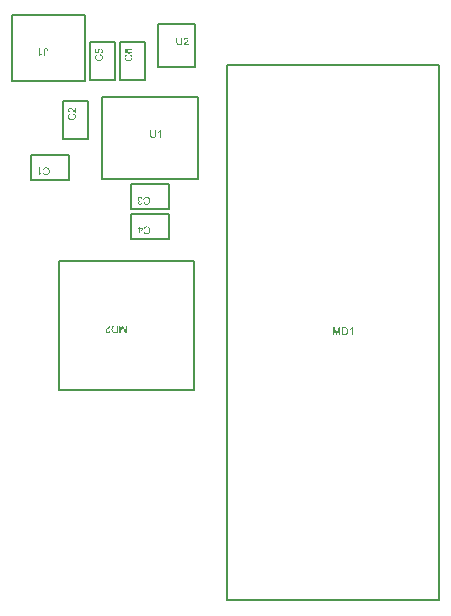
<source format=gbr>
G04*
G04 #@! TF.GenerationSoftware,Altium Limited,Altium Designer,24.6.1 (21)*
G04*
G04 Layer_Color=16711935*
%FSLAX25Y25*%
%MOIN*%
G70*
G04*
G04 #@! TF.SameCoordinates,FB6864B3-348A-4B3C-8FDE-2C751703143F*
G04*
G04*
G04 #@! TF.FilePolarity,Positive*
G04*
G01*
G75*
%ADD14C,0.00787*%
G36*
X26336Y165856D02*
X26331D01*
X26317D01*
X26295D01*
X26268Y165859D01*
X26235Y165862D01*
X26199Y165870D01*
X26161Y165878D01*
X26123Y165892D01*
X26120D01*
X26115Y165895D01*
X26107Y165897D01*
X26093Y165903D01*
X26079Y165911D01*
X26060Y165919D01*
X26017Y165941D01*
X25965Y165968D01*
X25907Y166004D01*
X25847Y166045D01*
X25787Y166094D01*
X25785Y166097D01*
X25779Y166099D01*
X25771Y166108D01*
X25757Y166121D01*
X25744Y166135D01*
X25725Y166154D01*
X25703Y166173D01*
X25678Y166198D01*
X25651Y166225D01*
X25624Y166255D01*
X25591Y166288D01*
X25558Y166326D01*
X25523Y166364D01*
X25487Y166408D01*
X25449Y166452D01*
X25408Y166501D01*
X25405Y166506D01*
X25392Y166520D01*
X25375Y166539D01*
X25350Y166566D01*
X25323Y166599D01*
X25291Y166637D01*
X25255Y166681D01*
X25214Y166725D01*
X25129Y166817D01*
X25039Y166908D01*
X24996Y166951D01*
X24952Y166992D01*
X24911Y167028D01*
X24873Y167058D01*
X24870Y167060D01*
X24865Y167063D01*
X24854Y167071D01*
X24840Y167079D01*
X24821Y167093D01*
X24802Y167104D01*
X24753Y167131D01*
X24695Y167159D01*
X24633Y167183D01*
X24567Y167200D01*
X24534Y167202D01*
X24501Y167205D01*
X24499D01*
X24493D01*
X24482D01*
X24472Y167202D01*
X24455D01*
X24436Y167197D01*
X24395Y167189D01*
X24346Y167172D01*
X24294Y167148D01*
X24267Y167134D01*
X24242Y167115D01*
X24218Y167096D01*
X24193Y167071D01*
X24190Y167069D01*
X24187Y167066D01*
X24182Y167058D01*
X24174Y167047D01*
X24163Y167033D01*
X24152Y167017D01*
X24127Y166979D01*
X24106Y166927D01*
X24084Y166869D01*
X24070Y166801D01*
X24065Y166763D01*
Y166703D01*
X24067Y166686D01*
Y166667D01*
X24073Y166645D01*
X24081Y166596D01*
X24098Y166539D01*
X24122Y166479D01*
X24138Y166449D01*
X24155Y166419D01*
X24177Y166392D01*
X24201Y166364D01*
X24204Y166361D01*
X24207Y166359D01*
X24215Y166353D01*
X24226Y166342D01*
X24239Y166334D01*
X24256Y166323D01*
X24275Y166310D01*
X24297Y166299D01*
X24321Y166285D01*
X24349Y166274D01*
X24414Y166252D01*
X24485Y166236D01*
X24526Y166233D01*
X24570Y166230D01*
X24537Y165914D01*
X24532D01*
X24521Y165917D01*
X24504Y165919D01*
X24480Y165922D01*
X24450Y165927D01*
X24414Y165936D01*
X24376Y165944D01*
X24335Y165957D01*
X24294Y165971D01*
X24248Y165988D01*
X24204Y166009D01*
X24160Y166031D01*
X24114Y166058D01*
X24073Y166088D01*
X24032Y166121D01*
X23996Y166159D01*
X23994Y166162D01*
X23988Y166170D01*
X23980Y166181D01*
X23966Y166198D01*
X23953Y166219D01*
X23936Y166247D01*
X23920Y166277D01*
X23901Y166312D01*
X23885Y166351D01*
X23868Y166394D01*
X23852Y166441D01*
X23838Y166492D01*
X23824Y166547D01*
X23816Y166604D01*
X23811Y166667D01*
X23808Y166733D01*
Y166768D01*
X23811Y166793D01*
X23813Y166823D01*
X23819Y166858D01*
X23824Y166899D01*
X23833Y166940D01*
X23844Y166987D01*
X23857Y167033D01*
X23874Y167082D01*
X23893Y167129D01*
X23917Y167178D01*
X23945Y167224D01*
X23975Y167268D01*
X24010Y167309D01*
X24013Y167312D01*
X24018Y167317D01*
X24032Y167328D01*
X24046Y167342D01*
X24065Y167358D01*
X24089Y167377D01*
X24117Y167396D01*
X24149Y167415D01*
X24182Y167434D01*
X24220Y167454D01*
X24261Y167473D01*
X24305Y167489D01*
X24354Y167503D01*
X24403Y167514D01*
X24455Y167519D01*
X24510Y167522D01*
X24512D01*
X24515D01*
X24523D01*
X24534D01*
X24564Y167519D01*
X24602Y167514D01*
X24649Y167505D01*
X24698Y167494D01*
X24753Y167481D01*
X24807Y167459D01*
X24810D01*
X24813Y167456D01*
X24821Y167454D01*
X24832Y167448D01*
X24862Y167432D01*
X24900Y167410D01*
X24947Y167380D01*
X24998Y167344D01*
X25053Y167303D01*
X25113Y167252D01*
X25116Y167249D01*
X25121Y167246D01*
X25129Y167235D01*
X25143Y167224D01*
X25159Y167208D01*
X25179Y167189D01*
X25203Y167167D01*
X25228Y167139D01*
X25258Y167107D01*
X25291Y167071D01*
X25329Y167033D01*
X25367Y166989D01*
X25411Y166943D01*
X25454Y166891D01*
X25503Y166834D01*
X25555Y166774D01*
X25558Y166771D01*
X25566Y166763D01*
X25577Y166746D01*
X25594Y166730D01*
X25613Y166706D01*
X25634Y166681D01*
X25684Y166624D01*
X25735Y166563D01*
X25790Y166506D01*
X25815Y166479D01*
X25837Y166454D01*
X25858Y166432D01*
X25875Y166416D01*
X25877Y166413D01*
X25888Y166402D01*
X25905Y166389D01*
X25927Y166370D01*
X25951Y166348D01*
X25978Y166326D01*
X26039Y166282D01*
Y167525D01*
X26336D01*
Y165856D01*
D02*
G37*
G36*
X25555Y165608D02*
X25574Y165603D01*
X25604Y165592D01*
X25637Y165581D01*
X25678Y165564D01*
X25722Y165548D01*
X25768Y165526D01*
X25820Y165501D01*
X25869Y165474D01*
X25924Y165444D01*
X25976Y165409D01*
X26025Y165371D01*
X26074Y165330D01*
X26120Y165283D01*
X26164Y165234D01*
X26167Y165231D01*
X26172Y165220D01*
X26183Y165207D01*
X26197Y165185D01*
X26213Y165160D01*
X26232Y165128D01*
X26251Y165092D01*
X26270Y165048D01*
X26290Y165002D01*
X26309Y164953D01*
X26328Y164898D01*
X26344Y164838D01*
X26358Y164775D01*
X26369Y164710D01*
X26374Y164642D01*
X26377Y164568D01*
Y164530D01*
X26374Y164500D01*
X26371Y164467D01*
X26369Y164426D01*
X26363Y164382D01*
X26355Y164333D01*
X26347Y164281D01*
X26336Y164227D01*
X26322Y164172D01*
X26309Y164117D01*
X26290Y164060D01*
X26268Y164005D01*
X26243Y163954D01*
X26213Y163905D01*
X26210Y163902D01*
X26205Y163894D01*
X26197Y163880D01*
X26183Y163864D01*
X26164Y163842D01*
X26145Y163817D01*
X26120Y163790D01*
X26090Y163760D01*
X26058Y163730D01*
X26022Y163697D01*
X25984Y163667D01*
X25940Y163634D01*
X25894Y163601D01*
X25845Y163571D01*
X25790Y163544D01*
X25733Y163517D01*
X25730Y163514D01*
X25719Y163511D01*
X25700Y163506D01*
X25678Y163498D01*
X25648Y163487D01*
X25615Y163476D01*
X25574Y163465D01*
X25531Y163451D01*
X25482Y163440D01*
X25430Y163427D01*
X25375Y163416D01*
X25315Y163408D01*
X25189Y163391D01*
X25124Y163389D01*
X25058Y163386D01*
X25053D01*
X25042D01*
X25020D01*
X24993Y163389D01*
X24957Y163391D01*
X24916Y163394D01*
X24873Y163399D01*
X24824Y163405D01*
X24772Y163413D01*
X24717Y163421D01*
X24600Y163449D01*
X24542Y163468D01*
X24485Y163487D01*
X24425Y163509D01*
X24370Y163536D01*
X24368Y163539D01*
X24357Y163544D01*
X24343Y163552D01*
X24321Y163563D01*
X24297Y163580D01*
X24269Y163599D01*
X24239Y163621D01*
X24204Y163645D01*
X24171Y163675D01*
X24133Y163705D01*
X24098Y163741D01*
X24059Y163779D01*
X24024Y163820D01*
X23988Y163864D01*
X23956Y163913D01*
X23925Y163962D01*
X23923Y163964D01*
X23920Y163976D01*
X23912Y163989D01*
X23901Y164011D01*
X23890Y164035D01*
X23876Y164068D01*
X23863Y164104D01*
X23849Y164142D01*
X23835Y164186D01*
X23822Y164235D01*
X23808Y164284D01*
X23797Y164339D01*
X23778Y164451D01*
X23775Y164511D01*
X23773Y164573D01*
Y164609D01*
X23775Y164636D01*
X23778Y164669D01*
X23784Y164707D01*
X23789Y164748D01*
X23797Y164795D01*
X23808Y164844D01*
X23819Y164895D01*
X23835Y164947D01*
X23855Y165002D01*
X23876Y165057D01*
X23904Y165108D01*
X23931Y165160D01*
X23966Y165209D01*
X23969Y165212D01*
X23975Y165220D01*
X23986Y165234D01*
X24002Y165250D01*
X24021Y165272D01*
X24046Y165297D01*
X24073Y165321D01*
X24106Y165351D01*
X24141Y165381D01*
X24182Y165411D01*
X24226Y165442D01*
X24275Y165469D01*
X24327Y165499D01*
X24384Y165523D01*
X24444Y165548D01*
X24507Y165570D01*
X24583Y165242D01*
X24581D01*
X24573Y165237D01*
X24556Y165234D01*
X24537Y165226D01*
X24515Y165218D01*
X24491Y165204D01*
X24430Y165177D01*
X24365Y165141D01*
X24297Y165095D01*
X24234Y165046D01*
X24207Y165016D01*
X24182Y164986D01*
X24179Y164983D01*
X24177Y164977D01*
X24171Y164969D01*
X24163Y164955D01*
X24152Y164939D01*
X24141Y164920D01*
X24130Y164898D01*
X24119Y164871D01*
X24108Y164841D01*
X24098Y164811D01*
X24076Y164740D01*
X24062Y164658D01*
X24057Y164614D01*
Y164541D01*
X24059Y164519D01*
X24062Y164494D01*
X24065Y164464D01*
X24067Y164431D01*
X24073Y164399D01*
X24092Y164319D01*
X24117Y164237D01*
X24133Y164197D01*
X24152Y164156D01*
X24174Y164117D01*
X24198Y164079D01*
X24201Y164076D01*
X24204Y164071D01*
X24212Y164060D01*
X24223Y164046D01*
X24237Y164033D01*
X24256Y164014D01*
X24275Y163995D01*
X24297Y163973D01*
X24324Y163951D01*
X24351Y163926D01*
X24414Y163883D01*
X24488Y163842D01*
X24573Y163806D01*
X24575D01*
X24583Y163804D01*
X24597Y163798D01*
X24613Y163795D01*
X24635Y163790D01*
X24660Y163782D01*
X24690Y163776D01*
X24720Y163768D01*
X24755Y163760D01*
X24794Y163754D01*
X24875Y163741D01*
X24963Y163733D01*
X25056Y163730D01*
X25058D01*
X25069D01*
X25086D01*
X25110Y163733D01*
X25138D01*
X25170Y163735D01*
X25206Y163738D01*
X25247Y163741D01*
X25291Y163746D01*
X25334Y163752D01*
X25430Y163768D01*
X25525Y163793D01*
X25618Y163823D01*
X25621D01*
X25629Y163828D01*
X25640Y163833D01*
X25656Y163839D01*
X25678Y163850D01*
X25700Y163864D01*
X25752Y163894D01*
X25812Y163935D01*
X25869Y163984D01*
X25927Y164044D01*
X25951Y164076D01*
X25976Y164112D01*
Y164115D01*
X25981Y164120D01*
X25987Y164131D01*
X25995Y164147D01*
X26003Y164167D01*
X26014Y164188D01*
X26022Y164213D01*
X26033Y164240D01*
X26055Y164303D01*
X26074Y164377D01*
X26088Y164456D01*
X26090Y164497D01*
X26093Y164541D01*
Y164568D01*
X26090Y164587D01*
X26088Y164612D01*
X26085Y164639D01*
X26079Y164672D01*
X26074Y164704D01*
X26055Y164781D01*
X26041Y164819D01*
X26025Y164860D01*
X26006Y164901D01*
X25984Y164939D01*
X25959Y164977D01*
X25932Y165016D01*
X25929Y165018D01*
X25924Y165024D01*
X25916Y165035D01*
X25902Y165048D01*
X25886Y165062D01*
X25864Y165081D01*
X25839Y165100D01*
X25812Y165122D01*
X25779Y165144D01*
X25744Y165166D01*
X25705Y165188D01*
X25662Y165209D01*
X25615Y165228D01*
X25563Y165248D01*
X25509Y165267D01*
X25451Y165280D01*
X25536Y165613D01*
X25542D01*
X25555Y165608D01*
D02*
G37*
G36*
X43307Y92379D02*
X42807D01*
X42210Y94164D01*
Y94167D01*
X42207Y94175D01*
X42202Y94189D01*
X42196Y94205D01*
X42191Y94224D01*
X42182Y94249D01*
X42163Y94304D01*
X42144Y94364D01*
X42125Y94426D01*
X42106Y94484D01*
X42098Y94511D01*
X42090Y94536D01*
Y94533D01*
X42087Y94530D01*
X42084Y94522D01*
X42081Y94511D01*
X42076Y94495D01*
X42070Y94478D01*
X42065Y94456D01*
X42057Y94435D01*
X42049Y94407D01*
X42038Y94377D01*
X42027Y94345D01*
X42016Y94306D01*
X42002Y94268D01*
X41989Y94224D01*
X41972Y94181D01*
X41956Y94132D01*
X41350Y92379D01*
X40899D01*
Y94899D01*
X41221D01*
Y92788D01*
X41958Y94899D01*
X42259D01*
X42985Y92753D01*
Y94899D01*
X43307D01*
Y92379D01*
D02*
G37*
G36*
X40364D02*
X39425D01*
X39398Y92382D01*
X39365D01*
X39332Y92384D01*
X39259Y92387D01*
X39185Y92395D01*
X39111Y92404D01*
X39078Y92412D01*
X39048Y92417D01*
X39046D01*
X39037Y92420D01*
X39026Y92423D01*
X39013Y92428D01*
X38994Y92434D01*
X38972Y92439D01*
X38920Y92458D01*
X38863Y92483D01*
X38803Y92513D01*
X38740Y92551D01*
X38680Y92597D01*
X38677Y92600D01*
X38672Y92606D01*
X38661Y92614D01*
X38647Y92627D01*
X38631Y92644D01*
X38612Y92665D01*
X38590Y92687D01*
X38568Y92715D01*
X38543Y92745D01*
X38519Y92778D01*
X38494Y92813D01*
X38470Y92851D01*
X38423Y92936D01*
X38382Y93029D01*
Y93031D01*
X38377Y93040D01*
X38374Y93056D01*
X38366Y93075D01*
X38358Y93100D01*
X38350Y93130D01*
X38341Y93162D01*
X38330Y93201D01*
X38322Y93244D01*
X38314Y93291D01*
X38306Y93340D01*
X38298Y93392D01*
X38289Y93446D01*
X38287Y93504D01*
X38281Y93626D01*
Y93629D01*
Y93640D01*
Y93654D01*
Y93676D01*
X38284Y93700D01*
Y93730D01*
X38287Y93763D01*
X38289Y93799D01*
X38298Y93878D01*
X38311Y93962D01*
X38328Y94050D01*
X38350Y94137D01*
Y94140D01*
X38352Y94148D01*
X38358Y94159D01*
X38360Y94173D01*
X38369Y94192D01*
X38377Y94213D01*
X38396Y94265D01*
X38420Y94323D01*
X38451Y94385D01*
X38483Y94446D01*
X38521Y94503D01*
Y94506D01*
X38527Y94508D01*
X38532Y94516D01*
X38541Y94527D01*
X38560Y94552D01*
X38590Y94585D01*
X38622Y94623D01*
X38661Y94661D01*
X38704Y94697D01*
X38751Y94732D01*
X38754D01*
X38756Y94735D01*
X38773Y94746D01*
X38800Y94760D01*
X38835Y94779D01*
X38879Y94798D01*
X38931Y94819D01*
X38991Y94839D01*
X39054Y94858D01*
X39057D01*
X39062Y94861D01*
X39070D01*
X39084Y94863D01*
X39100Y94866D01*
X39122Y94871D01*
X39144Y94874D01*
X39169Y94877D01*
X39228Y94885D01*
X39297Y94893D01*
X39373Y94896D01*
X39455Y94899D01*
X40364D01*
Y92379D01*
D02*
G37*
G36*
X37989Y94893D02*
Y94880D01*
Y94858D01*
X37986Y94830D01*
X37984Y94798D01*
X37975Y94762D01*
X37967Y94724D01*
X37954Y94686D01*
Y94683D01*
X37951Y94678D01*
X37948Y94669D01*
X37943Y94656D01*
X37934Y94642D01*
X37926Y94623D01*
X37905Y94579D01*
X37877Y94527D01*
X37842Y94470D01*
X37801Y94410D01*
X37752Y94350D01*
X37749Y94347D01*
X37746Y94342D01*
X37738Y94334D01*
X37724Y94320D01*
X37711Y94306D01*
X37692Y94287D01*
X37672Y94265D01*
X37648Y94241D01*
X37620Y94213D01*
X37591Y94186D01*
X37558Y94153D01*
X37519Y94121D01*
X37481Y94085D01*
X37438Y94050D01*
X37394Y94011D01*
X37345Y93971D01*
X37339Y93968D01*
X37326Y93954D01*
X37307Y93938D01*
X37279Y93913D01*
X37247Y93886D01*
X37208Y93853D01*
X37165Y93818D01*
X37121Y93777D01*
X37028Y93692D01*
X36938Y93602D01*
X36894Y93558D01*
X36853Y93515D01*
X36818Y93474D01*
X36788Y93435D01*
X36785Y93433D01*
X36782Y93427D01*
X36774Y93416D01*
X36766Y93403D01*
X36752Y93384D01*
X36742Y93364D01*
X36714Y93315D01*
X36687Y93258D01*
X36662Y93195D01*
X36646Y93130D01*
X36643Y93097D01*
X36641Y93064D01*
Y93061D01*
Y93056D01*
Y93045D01*
X36643Y93034D01*
Y93018D01*
X36649Y92999D01*
X36657Y92958D01*
X36673Y92909D01*
X36698Y92857D01*
X36711Y92829D01*
X36731Y92805D01*
X36750Y92780D01*
X36774Y92756D01*
X36777Y92753D01*
X36780Y92750D01*
X36788Y92745D01*
X36799Y92737D01*
X36812Y92726D01*
X36829Y92715D01*
X36867Y92690D01*
X36919Y92668D01*
X36976Y92646D01*
X37045Y92633D01*
X37083Y92627D01*
X37143D01*
X37159Y92630D01*
X37178D01*
X37200Y92636D01*
X37249Y92644D01*
X37307Y92660D01*
X37367Y92685D01*
X37397Y92701D01*
X37427Y92717D01*
X37454Y92739D01*
X37481Y92764D01*
X37484Y92767D01*
X37487Y92769D01*
X37492Y92778D01*
X37503Y92788D01*
X37511Y92802D01*
X37522Y92818D01*
X37536Y92838D01*
X37547Y92859D01*
X37560Y92884D01*
X37571Y92911D01*
X37593Y92977D01*
X37610Y93048D01*
X37612Y93089D01*
X37615Y93132D01*
X37932Y93100D01*
Y93094D01*
X37929Y93083D01*
X37926Y93067D01*
X37924Y93042D01*
X37918Y93012D01*
X37910Y92977D01*
X37902Y92939D01*
X37888Y92898D01*
X37874Y92857D01*
X37858Y92810D01*
X37836Y92767D01*
X37814Y92723D01*
X37787Y92677D01*
X37757Y92636D01*
X37724Y92595D01*
X37686Y92559D01*
X37683Y92556D01*
X37675Y92551D01*
X37664Y92543D01*
X37648Y92529D01*
X37626Y92515D01*
X37599Y92499D01*
X37569Y92483D01*
X37533Y92463D01*
X37495Y92447D01*
X37451Y92431D01*
X37405Y92414D01*
X37353Y92401D01*
X37298Y92387D01*
X37241Y92379D01*
X37178Y92373D01*
X37113Y92371D01*
X37077D01*
X37053Y92373D01*
X37023Y92376D01*
X36987Y92382D01*
X36946Y92387D01*
X36905Y92395D01*
X36859Y92406D01*
X36812Y92420D01*
X36763Y92436D01*
X36717Y92455D01*
X36668Y92480D01*
X36621Y92507D01*
X36578Y92537D01*
X36537Y92573D01*
X36534Y92576D01*
X36529Y92581D01*
X36518Y92595D01*
X36504Y92608D01*
X36488Y92627D01*
X36468Y92652D01*
X36449Y92679D01*
X36430Y92712D01*
X36411Y92745D01*
X36392Y92783D01*
X36373Y92824D01*
X36357Y92868D01*
X36343Y92917D01*
X36332Y92966D01*
X36327Y93018D01*
X36324Y93072D01*
Y93075D01*
Y93078D01*
Y93086D01*
Y93097D01*
X36327Y93127D01*
X36332Y93165D01*
X36340Y93212D01*
X36351Y93261D01*
X36365Y93315D01*
X36387Y93370D01*
Y93373D01*
X36389Y93375D01*
X36392Y93384D01*
X36397Y93395D01*
X36414Y93424D01*
X36436Y93463D01*
X36466Y93509D01*
X36501Y93561D01*
X36542Y93616D01*
X36594Y93676D01*
X36597Y93678D01*
X36599Y93684D01*
X36610Y93692D01*
X36621Y93706D01*
X36638Y93722D01*
X36657Y93741D01*
X36679Y93766D01*
X36706Y93790D01*
X36739Y93820D01*
X36774Y93853D01*
X36812Y93891D01*
X36856Y93929D01*
X36903Y93973D01*
X36954Y94017D01*
X37012Y94066D01*
X37072Y94118D01*
X37075Y94121D01*
X37083Y94129D01*
X37099Y94140D01*
X37115Y94156D01*
X37140Y94175D01*
X37165Y94197D01*
X37222Y94246D01*
X37282Y94298D01*
X37339Y94353D01*
X37367Y94377D01*
X37391Y94399D01*
X37413Y94421D01*
X37429Y94437D01*
X37432Y94440D01*
X37443Y94451D01*
X37457Y94467D01*
X37476Y94489D01*
X37498Y94514D01*
X37519Y94541D01*
X37563Y94601D01*
X36321D01*
Y94899D01*
X37989D01*
Y94893D01*
D02*
G37*
G36*
X114613Y91779D02*
X114290D01*
Y93889D01*
X113553Y91779D01*
X113253D01*
X112527Y93924D01*
Y91779D01*
X112205D01*
Y94298D01*
X112704D01*
X113302Y92513D01*
Y92510D01*
X113305Y92502D01*
X113310Y92488D01*
X113316Y92472D01*
X113321Y92453D01*
X113330Y92428D01*
X113349Y92374D01*
X113368Y92314D01*
X113387Y92251D01*
X113406Y92194D01*
X113414Y92166D01*
X113422Y92142D01*
Y92144D01*
X113425Y92147D01*
X113428Y92155D01*
X113431Y92166D01*
X113436Y92183D01*
X113441Y92199D01*
X113447Y92221D01*
X113455Y92243D01*
X113463Y92270D01*
X113474Y92300D01*
X113485Y92333D01*
X113496Y92371D01*
X113510Y92409D01*
X113523Y92453D01*
X113540Y92497D01*
X113556Y92546D01*
X114162Y94298D01*
X114613D01*
Y91779D01*
D02*
G37*
G36*
X118729D02*
X118421D01*
Y93747D01*
X118415Y93741D01*
X118402Y93728D01*
X118377Y93709D01*
X118342Y93681D01*
X118301Y93649D01*
X118249Y93613D01*
X118192Y93575D01*
X118126Y93534D01*
X118123D01*
X118118Y93528D01*
X118110Y93523D01*
X118096Y93518D01*
X118080Y93507D01*
X118061Y93498D01*
X118017Y93474D01*
X117968Y93449D01*
X117913Y93422D01*
X117856Y93397D01*
X117801Y93376D01*
Y93673D01*
X117804Y93676D01*
X117812Y93679D01*
X117826Y93687D01*
X117845Y93695D01*
X117867Y93706D01*
X117894Y93722D01*
X117924Y93739D01*
X117954Y93755D01*
X118025Y93799D01*
X118102Y93851D01*
X118181Y93905D01*
X118254Y93968D01*
X118257Y93971D01*
X118263Y93976D01*
X118273Y93984D01*
X118287Y93998D01*
X118301Y94014D01*
X118320Y94031D01*
X118361Y94077D01*
X118407Y94126D01*
X118454Y94184D01*
X118495Y94244D01*
X118530Y94307D01*
X118729D01*
Y91779D01*
D02*
G37*
G36*
X116114Y94296D02*
X116147D01*
X116180Y94293D01*
X116253Y94290D01*
X116327Y94282D01*
X116401Y94274D01*
X116434Y94266D01*
X116463Y94260D01*
X116466D01*
X116474Y94257D01*
X116485Y94255D01*
X116499Y94249D01*
X116518Y94244D01*
X116540Y94238D01*
X116592Y94219D01*
X116649Y94195D01*
X116709Y94165D01*
X116772Y94126D01*
X116832Y94080D01*
X116835Y94077D01*
X116840Y94072D01*
X116851Y94064D01*
X116865Y94050D01*
X116881Y94034D01*
X116900Y94012D01*
X116922Y93990D01*
X116944Y93963D01*
X116969Y93932D01*
X116993Y93900D01*
X117018Y93864D01*
X117042Y93826D01*
X117089Y93741D01*
X117130Y93649D01*
Y93646D01*
X117135Y93638D01*
X117138Y93621D01*
X117146Y93602D01*
X117154Y93578D01*
X117162Y93548D01*
X117171Y93515D01*
X117182Y93477D01*
X117190Y93433D01*
X117198Y93387D01*
X117206Y93337D01*
X117214Y93286D01*
X117222Y93231D01*
X117225Y93174D01*
X117231Y93051D01*
Y93048D01*
Y93037D01*
Y93024D01*
Y93002D01*
X117228Y92977D01*
Y92947D01*
X117225Y92914D01*
X117222Y92879D01*
X117214Y92800D01*
X117201Y92715D01*
X117184Y92628D01*
X117162Y92540D01*
Y92537D01*
X117160Y92529D01*
X117154Y92518D01*
X117151Y92505D01*
X117143Y92486D01*
X117135Y92464D01*
X117116Y92412D01*
X117091Y92355D01*
X117061Y92292D01*
X117029Y92232D01*
X116990Y92174D01*
Y92172D01*
X116985Y92169D01*
X116980Y92161D01*
X116971Y92150D01*
X116952Y92125D01*
X116922Y92093D01*
X116889Y92054D01*
X116851Y92016D01*
X116807Y91981D01*
X116761Y91945D01*
X116758D01*
X116756Y91942D01*
X116739Y91931D01*
X116712Y91918D01*
X116676Y91899D01*
X116633Y91880D01*
X116581Y91858D01*
X116521Y91839D01*
X116458Y91820D01*
X116455D01*
X116450Y91817D01*
X116442D01*
X116428Y91814D01*
X116412Y91811D01*
X116390Y91806D01*
X116368Y91803D01*
X116343Y91800D01*
X116283Y91792D01*
X116215Y91784D01*
X116139Y91781D01*
X116057Y91779D01*
X115148D01*
Y94298D01*
X116087D01*
X116114Y94296D01*
D02*
G37*
G36*
X61923Y189393D02*
Y189388D01*
Y189377D01*
Y189357D01*
Y189330D01*
X61920Y189297D01*
X61917Y189262D01*
X61915Y189221D01*
X61912Y189175D01*
X61901Y189079D01*
X61887Y188978D01*
X61866Y188880D01*
X61852Y188833D01*
X61835Y188790D01*
Y188787D01*
X61833Y188779D01*
X61827Y188768D01*
X61819Y188751D01*
X61808Y188732D01*
X61797Y188710D01*
X61765Y188661D01*
X61746Y188631D01*
X61724Y188604D01*
X61696Y188571D01*
X61669Y188541D01*
X61636Y188511D01*
X61603Y188481D01*
X61565Y188454D01*
X61524Y188427D01*
X61522Y188424D01*
X61513Y188421D01*
X61502Y188413D01*
X61483Y188405D01*
X61462Y188394D01*
X61434Y188383D01*
X61404Y188369D01*
X61366Y188358D01*
X61328Y188345D01*
X61284Y188331D01*
X61235Y188320D01*
X61183Y188309D01*
X61126Y188301D01*
X61066Y188293D01*
X61003Y188290D01*
X60937Y188287D01*
X60902D01*
X60877Y188290D01*
X60847D01*
X60814Y188293D01*
X60774Y188298D01*
X60733Y188304D01*
X60640Y188317D01*
X60541Y188339D01*
X60446Y188369D01*
X60400Y188386D01*
X60356Y188408D01*
X60353Y188410D01*
X60345Y188413D01*
X60334Y188421D01*
X60320Y188429D01*
X60301Y188443D01*
X60279Y188459D01*
X60258Y188476D01*
X60233Y188498D01*
X60178Y188547D01*
X60127Y188607D01*
X60077Y188678D01*
X60056Y188719D01*
X60036Y188760D01*
Y188762D01*
X60034Y188771D01*
X60028Y188784D01*
X60023Y188803D01*
X60015Y188825D01*
X60006Y188855D01*
X59998Y188888D01*
X59990Y188926D01*
X59979Y188970D01*
X59971Y189016D01*
X59963Y189068D01*
X59957Y189126D01*
X59949Y189186D01*
X59946Y189251D01*
X59941Y189319D01*
Y189393D01*
Y190848D01*
X60274D01*
Y189393D01*
Y189390D01*
Y189379D01*
Y189363D01*
Y189338D01*
X60277Y189311D01*
Y189281D01*
X60279Y189246D01*
X60282Y189210D01*
X60288Y189131D01*
X60299Y189052D01*
X60315Y188975D01*
X60323Y188940D01*
X60334Y188910D01*
Y188907D01*
X60337Y188904D01*
X60339Y188896D01*
X60345Y188885D01*
X60361Y188855D01*
X60383Y188822D01*
X60410Y188781D01*
X60446Y188743D01*
X60490Y188705D01*
X60541Y188670D01*
X60544D01*
X60550Y188667D01*
X60558Y188661D01*
X60569Y188656D01*
X60583Y188651D01*
X60602Y188645D01*
X60621Y188637D01*
X60642Y188629D01*
X60697Y188615D01*
X60760Y188601D01*
X60831Y188590D01*
X60907Y188588D01*
X60943D01*
X60967Y188590D01*
X60997Y188593D01*
X61033Y188596D01*
X61071Y188601D01*
X61112Y188610D01*
X61197Y188629D01*
X61240Y188642D01*
X61284Y188659D01*
X61325Y188678D01*
X61363Y188700D01*
X61399Y188724D01*
X61431Y188754D01*
X61434Y188757D01*
X61440Y188762D01*
X61445Y188773D01*
X61456Y188787D01*
X61467Y188806D01*
X61481Y188831D01*
X61497Y188861D01*
X61511Y188896D01*
X61524Y188937D01*
X61541Y188984D01*
X61554Y189035D01*
X61565Y189093D01*
X61576Y189158D01*
X61584Y189229D01*
X61587Y189308D01*
X61590Y189393D01*
Y190848D01*
X61923D01*
Y189393D01*
D02*
G37*
G36*
X63247Y190854D02*
X63277Y190851D01*
X63313Y190845D01*
X63353Y190840D01*
X63394Y190832D01*
X63441Y190821D01*
X63487Y190807D01*
X63536Y190791D01*
X63583Y190772D01*
X63632Y190747D01*
X63678Y190720D01*
X63722Y190690D01*
X63763Y190654D01*
X63766Y190652D01*
X63771Y190646D01*
X63782Y190632D01*
X63796Y190619D01*
X63812Y190600D01*
X63831Y190575D01*
X63850Y190548D01*
X63869Y190515D01*
X63889Y190482D01*
X63908Y190444D01*
X63927Y190403D01*
X63943Y190359D01*
X63957Y190310D01*
X63968Y190261D01*
X63973Y190209D01*
X63976Y190155D01*
Y190152D01*
Y190149D01*
Y190141D01*
Y190130D01*
X63973Y190100D01*
X63968Y190062D01*
X63959Y190015D01*
X63949Y189966D01*
X63935Y189912D01*
X63913Y189857D01*
Y189854D01*
X63910Y189852D01*
X63908Y189843D01*
X63902Y189833D01*
X63886Y189803D01*
X63864Y189764D01*
X63834Y189718D01*
X63798Y189666D01*
X63757Y189611D01*
X63706Y189551D01*
X63703Y189549D01*
X63700Y189543D01*
X63689Y189535D01*
X63678Y189521D01*
X63662Y189505D01*
X63643Y189486D01*
X63621Y189461D01*
X63594Y189437D01*
X63561Y189407D01*
X63525Y189374D01*
X63487Y189336D01*
X63443Y189297D01*
X63397Y189254D01*
X63345Y189210D01*
X63288Y189161D01*
X63228Y189109D01*
X63225Y189106D01*
X63217Y189098D01*
X63200Y189087D01*
X63184Y189071D01*
X63160Y189052D01*
X63135Y189030D01*
X63078Y188981D01*
X63018Y188929D01*
X62960Y188874D01*
X62933Y188850D01*
X62908Y188828D01*
X62887Y188806D01*
X62870Y188790D01*
X62867Y188787D01*
X62857Y188776D01*
X62843Y188760D01*
X62824Y188738D01*
X62802Y188713D01*
X62780Y188686D01*
X62736Y188626D01*
X63979D01*
Y188328D01*
X62311D01*
Y188334D01*
Y188347D01*
Y188369D01*
X62313Y188397D01*
X62316Y188429D01*
X62324Y188465D01*
X62332Y188503D01*
X62346Y188541D01*
Y188544D01*
X62349Y188549D01*
X62352Y188558D01*
X62357Y188571D01*
X62365Y188585D01*
X62373Y188604D01*
X62395Y188648D01*
X62423Y188700D01*
X62458Y188757D01*
X62499Y188817D01*
X62548Y188877D01*
X62551Y188880D01*
X62554Y188885D01*
X62562Y188893D01*
X62575Y188907D01*
X62589Y188921D01*
X62608Y188940D01*
X62627Y188962D01*
X62652Y188986D01*
X62679Y189014D01*
X62709Y189041D01*
X62742Y189074D01*
X62780Y189106D01*
X62818Y189142D01*
X62862Y189177D01*
X62906Y189216D01*
X62955Y189257D01*
X62960Y189259D01*
X62974Y189273D01*
X62993Y189289D01*
X63020Y189314D01*
X63053Y189341D01*
X63091Y189374D01*
X63135Y189409D01*
X63179Y189450D01*
X63271Y189535D01*
X63362Y189625D01*
X63405Y189669D01*
X63446Y189712D01*
X63482Y189753D01*
X63512Y189792D01*
X63515Y189794D01*
X63517Y189800D01*
X63525Y189811D01*
X63534Y189824D01*
X63547Y189843D01*
X63558Y189863D01*
X63586Y189912D01*
X63613Y189969D01*
X63637Y190032D01*
X63654Y190097D01*
X63656Y190130D01*
X63659Y190163D01*
Y190166D01*
Y190171D01*
Y190182D01*
X63656Y190193D01*
Y190209D01*
X63651Y190228D01*
X63643Y190269D01*
X63626Y190319D01*
X63602Y190370D01*
X63588Y190398D01*
X63569Y190422D01*
X63550Y190447D01*
X63525Y190471D01*
X63523Y190474D01*
X63520Y190477D01*
X63512Y190482D01*
X63501Y190490D01*
X63487Y190501D01*
X63471Y190512D01*
X63433Y190537D01*
X63381Y190559D01*
X63323Y190581D01*
X63255Y190594D01*
X63217Y190600D01*
X63157D01*
X63140Y190597D01*
X63121D01*
X63099Y190592D01*
X63050Y190583D01*
X62993Y190567D01*
X62933Y190542D01*
X62903Y190526D01*
X62873Y190510D01*
X62846Y190488D01*
X62818Y190463D01*
X62816Y190461D01*
X62813Y190458D01*
X62807Y190450D01*
X62796Y190439D01*
X62788Y190425D01*
X62777Y190409D01*
X62764Y190390D01*
X62753Y190368D01*
X62739Y190343D01*
X62728Y190316D01*
X62706Y190250D01*
X62690Y190179D01*
X62687Y190138D01*
X62685Y190095D01*
X62368Y190127D01*
Y190133D01*
X62371Y190144D01*
X62373Y190160D01*
X62376Y190185D01*
X62382Y190215D01*
X62390Y190250D01*
X62398Y190288D01*
X62412Y190329D01*
X62425Y190370D01*
X62442Y190417D01*
X62463Y190461D01*
X62485Y190504D01*
X62513Y190550D01*
X62543Y190592D01*
X62575Y190632D01*
X62614Y190668D01*
X62616Y190671D01*
X62625Y190676D01*
X62635Y190684D01*
X62652Y190698D01*
X62674Y190712D01*
X62701Y190728D01*
X62731Y190744D01*
X62766Y190763D01*
X62805Y190780D01*
X62848Y190796D01*
X62895Y190813D01*
X62947Y190826D01*
X63001Y190840D01*
X63059Y190848D01*
X63121Y190854D01*
X63187Y190856D01*
X63222D01*
X63247Y190854D01*
D02*
G37*
G36*
X53163Y158586D02*
Y158581D01*
Y158570D01*
Y158550D01*
Y158523D01*
X53160Y158490D01*
X53158Y158455D01*
X53155Y158414D01*
X53152Y158368D01*
X53141Y158272D01*
X53127Y158171D01*
X53106Y158073D01*
X53092Y158026D01*
X53076Y157983D01*
Y157980D01*
X53073Y157972D01*
X53067Y157961D01*
X53059Y157944D01*
X53048Y157925D01*
X53038Y157903D01*
X53005Y157854D01*
X52986Y157824D01*
X52964Y157797D01*
X52936Y157764D01*
X52909Y157734D01*
X52876Y157704D01*
X52844Y157674D01*
X52805Y157647D01*
X52764Y157620D01*
X52762Y157617D01*
X52754Y157614D01*
X52743Y157606D01*
X52723Y157598D01*
X52702Y157587D01*
X52674Y157576D01*
X52644Y157562D01*
X52606Y157551D01*
X52568Y157538D01*
X52524Y157524D01*
X52475Y157513D01*
X52423Y157502D01*
X52366Y157494D01*
X52306Y157486D01*
X52243Y157483D01*
X52178Y157480D01*
X52142D01*
X52117Y157483D01*
X52087D01*
X52055Y157486D01*
X52014Y157491D01*
X51973Y157497D01*
X51880Y157510D01*
X51782Y157532D01*
X51686Y157562D01*
X51640Y157579D01*
X51596Y157600D01*
X51593Y157603D01*
X51585Y157606D01*
X51574Y157614D01*
X51560Y157622D01*
X51541Y157636D01*
X51520Y157652D01*
X51498Y157669D01*
X51473Y157691D01*
X51419Y157740D01*
X51367Y157800D01*
X51318Y157871D01*
X51296Y157912D01*
X51277Y157953D01*
Y157955D01*
X51274Y157964D01*
X51268Y157977D01*
X51263Y157996D01*
X51255Y158018D01*
X51247Y158048D01*
X51238Y158081D01*
X51230Y158119D01*
X51219Y158163D01*
X51211Y158209D01*
X51203Y158261D01*
X51197Y158318D01*
X51189Y158378D01*
X51187Y158444D01*
X51181Y158512D01*
Y158586D01*
Y160041D01*
X51514D01*
Y158586D01*
Y158583D01*
Y158572D01*
Y158556D01*
Y158531D01*
X51517Y158504D01*
Y158474D01*
X51520Y158439D01*
X51522Y158403D01*
X51528Y158324D01*
X51539Y158245D01*
X51555Y158168D01*
X51563Y158133D01*
X51574Y158103D01*
Y158100D01*
X51577Y158097D01*
X51580Y158089D01*
X51585Y158078D01*
X51601Y158048D01*
X51623Y158015D01*
X51651Y157974D01*
X51686Y157936D01*
X51730Y157898D01*
X51782Y157862D01*
X51784D01*
X51790Y157860D01*
X51798Y157854D01*
X51809Y157849D01*
X51823Y157843D01*
X51842Y157838D01*
X51861Y157830D01*
X51883Y157822D01*
X51937Y157808D01*
X52000Y157794D01*
X52071Y157783D01*
X52148Y157781D01*
X52183D01*
X52207Y157783D01*
X52238Y157786D01*
X52273Y157789D01*
X52311Y157794D01*
X52352Y157802D01*
X52437Y157822D01*
X52481Y157835D01*
X52524Y157852D01*
X52565Y157871D01*
X52603Y157893D01*
X52639Y157917D01*
X52672Y157947D01*
X52674Y157950D01*
X52680Y157955D01*
X52685Y157966D01*
X52696Y157980D01*
X52707Y157999D01*
X52721Y158024D01*
X52737Y158054D01*
X52751Y158089D01*
X52764Y158130D01*
X52781Y158176D01*
X52794Y158228D01*
X52805Y158286D01*
X52816Y158351D01*
X52824Y158422D01*
X52827Y158501D01*
X52830Y158586D01*
Y160041D01*
X53163D01*
Y158586D01*
D02*
G37*
G36*
X54757Y157521D02*
X54449D01*
Y159490D01*
X54443Y159484D01*
X54430Y159470D01*
X54405Y159451D01*
X54370Y159424D01*
X54329Y159391D01*
X54277Y159356D01*
X54220Y159318D01*
X54154Y159277D01*
X54151D01*
X54146Y159271D01*
X54138Y159266D01*
X54124Y159260D01*
X54108Y159249D01*
X54088Y159241D01*
X54045Y159217D01*
X53996Y159192D01*
X53941Y159165D01*
X53884Y159140D01*
X53829Y159118D01*
Y159416D01*
X53832Y159419D01*
X53840Y159421D01*
X53854Y159430D01*
X53873Y159438D01*
X53895Y159449D01*
X53922Y159465D01*
X53952Y159481D01*
X53982Y159498D01*
X54053Y159541D01*
X54129Y159593D01*
X54209Y159648D01*
X54282Y159711D01*
X54285Y159713D01*
X54290Y159719D01*
X54301Y159727D01*
X54315Y159741D01*
X54329Y159757D01*
X54348Y159774D01*
X54389Y159820D01*
X54435Y159869D01*
X54482Y159926D01*
X54523Y159986D01*
X54558Y160049D01*
X54757D01*
Y157521D01*
D02*
G37*
G36*
X44457Y187231D02*
X44476D01*
X44500Y187229D01*
X44530Y187226D01*
X44560Y187220D01*
X44629Y187209D01*
X44702Y187190D01*
X44779Y187166D01*
X44858Y187130D01*
X44861D01*
X44866Y187125D01*
X44877Y187119D01*
X44891Y187111D01*
X44907Y187100D01*
X44926Y187089D01*
X44973Y187057D01*
X45022Y187018D01*
X45074Y186969D01*
X45125Y186912D01*
X45169Y186849D01*
Y186846D01*
X45175Y186841D01*
X45180Y186830D01*
X45186Y186816D01*
X45194Y186800D01*
X45202Y186781D01*
X45213Y186756D01*
X45221Y186732D01*
X45243Y186672D01*
X45259Y186601D01*
X45270Y186524D01*
X45276Y186442D01*
Y186426D01*
X45273Y186404D01*
X45270Y186377D01*
X45268Y186344D01*
X45259Y186306D01*
X45251Y186265D01*
X45240Y186219D01*
X45224Y186169D01*
X45207Y186117D01*
X45183Y186066D01*
X45156Y186014D01*
X45123Y185959D01*
X45085Y185910D01*
X45041Y185858D01*
X44992Y185812D01*
X44989Y185809D01*
X44978Y185801D01*
X44962Y185790D01*
X44937Y185774D01*
X44907Y185754D01*
X44869Y185735D01*
X44822Y185714D01*
X44768Y185692D01*
X44708Y185667D01*
X44640Y185645D01*
X44563Y185626D01*
X44478Y185607D01*
X44386Y185591D01*
X44285Y185580D01*
X44175Y185572D01*
X44058Y185569D01*
X44055D01*
X44050D01*
X44039D01*
X44025D01*
X44009D01*
X43987Y185572D01*
X43965D01*
X43938Y185574D01*
X43878Y185577D01*
X43810Y185582D01*
X43733Y185591D01*
X43651Y185601D01*
X43564Y185618D01*
X43477Y185634D01*
X43389Y185656D01*
X43302Y185683D01*
X43217Y185714D01*
X43135Y185749D01*
X43062Y185793D01*
X42996Y185839D01*
X42993Y185842D01*
X42982Y185850D01*
X42969Y185864D01*
X42950Y185883D01*
X42928Y185905D01*
X42903Y185935D01*
X42879Y185967D01*
X42851Y186006D01*
X42824Y186049D01*
X42799Y186098D01*
X42775Y186150D01*
X42753Y186208D01*
X42734Y186268D01*
X42720Y186333D01*
X42709Y186401D01*
X42707Y186475D01*
Y186505D01*
X42709Y186524D01*
X42712Y186549D01*
X42715Y186579D01*
X42720Y186612D01*
X42729Y186647D01*
X42748Y186726D01*
X42761Y186765D01*
X42778Y186808D01*
X42797Y186849D01*
X42821Y186887D01*
X42846Y186926D01*
X42876Y186964D01*
X42879Y186967D01*
X42884Y186972D01*
X42892Y186983D01*
X42906Y186994D01*
X42922Y187010D01*
X42944Y187027D01*
X42969Y187046D01*
X42996Y187065D01*
X43026Y187084D01*
X43062Y187103D01*
X43100Y187122D01*
X43141Y187141D01*
X43185Y187158D01*
X43231Y187171D01*
X43280Y187185D01*
X43335Y187193D01*
X43359Y186885D01*
X43356D01*
X43351Y186882D01*
X43343Y186879D01*
X43329Y186876D01*
X43296Y186868D01*
X43258Y186855D01*
X43214Y186838D01*
X43171Y186816D01*
X43130Y186794D01*
X43094Y186767D01*
X43092Y186765D01*
X43089Y186762D01*
X43081Y186754D01*
X43073Y186745D01*
X43051Y186718D01*
X43026Y186680D01*
X43001Y186636D01*
X42982Y186582D01*
X42966Y186521D01*
X42963Y186489D01*
X42961Y186456D01*
Y186431D01*
X42966Y186401D01*
X42972Y186366D01*
X42982Y186325D01*
X42996Y186281D01*
X43018Y186238D01*
X43045Y186194D01*
Y186191D01*
X43051Y186188D01*
X43056Y186180D01*
X43064Y186169D01*
X43089Y186145D01*
X43124Y186112D01*
X43168Y186074D01*
X43223Y186036D01*
X43286Y186000D01*
X43356Y185965D01*
X43359D01*
X43365Y185962D01*
X43378Y185956D01*
X43395Y185951D01*
X43414Y185945D01*
X43441Y185937D01*
X43471Y185929D01*
X43504Y185921D01*
X43542Y185913D01*
X43586Y185907D01*
X43635Y185899D01*
X43687Y185891D01*
X43741Y185885D01*
X43801Y185883D01*
X43867Y185880D01*
X43932Y185877D01*
X43933Y185877D01*
X43935D01*
X43932Y185877D01*
X43927Y185883D01*
X43919Y185888D01*
X43908Y185896D01*
X43878Y185921D01*
X43840Y185951D01*
X43799Y185992D01*
X43758Y186038D01*
X43720Y186090D01*
X43684Y186147D01*
Y186150D01*
X43681Y186156D01*
X43676Y186164D01*
X43670Y186175D01*
X43665Y186191D01*
X43657Y186208D01*
X43640Y186251D01*
X43627Y186303D01*
X43613Y186361D01*
X43602Y186423D01*
X43599Y186489D01*
Y186502D01*
X43602Y186519D01*
Y186541D01*
X43608Y186568D01*
X43610Y186598D01*
X43619Y186634D01*
X43627Y186672D01*
X43640Y186710D01*
X43654Y186754D01*
X43673Y186797D01*
X43695Y186841D01*
X43722Y186887D01*
X43752Y186931D01*
X43788Y186975D01*
X43829Y187016D01*
X43832Y187018D01*
X43840Y187024D01*
X43851Y187035D01*
X43870Y187051D01*
X43892Y187067D01*
X43919Y187084D01*
X43952Y187106D01*
X43987Y187125D01*
X44028Y187144D01*
X44072Y187166D01*
X44121Y187182D01*
X44173Y187201D01*
X44227Y187215D01*
X44287Y187226D01*
X44350Y187231D01*
X44416Y187234D01*
X44418D01*
X44427D01*
X44438D01*
X44457Y187231D01*
D02*
G37*
G36*
X44454Y185293D02*
X44473Y185288D01*
X44503Y185277D01*
X44536Y185266D01*
X44577Y185249D01*
X44620Y185233D01*
X44667Y185211D01*
X44719Y185187D01*
X44768Y185159D01*
X44822Y185129D01*
X44874Y185094D01*
X44923Y185055D01*
X44973Y185015D01*
X45019Y184968D01*
X45063Y184919D01*
X45065Y184916D01*
X45071Y184905D01*
X45082Y184892D01*
X45096Y184870D01*
X45112Y184845D01*
X45131Y184813D01*
X45150Y184777D01*
X45169Y184733D01*
X45188Y184687D01*
X45207Y184638D01*
X45226Y184583D01*
X45243Y184523D01*
X45257Y184460D01*
X45268Y184395D01*
X45273Y184327D01*
X45276Y184253D01*
Y184215D01*
X45273Y184185D01*
X45270Y184152D01*
X45268Y184111D01*
X45262Y184067D01*
X45254Y184018D01*
X45246Y183966D01*
X45235Y183912D01*
X45221Y183857D01*
X45207Y183802D01*
X45188Y183745D01*
X45166Y183691D01*
X45142Y183639D01*
X45112Y183589D01*
X45109Y183587D01*
X45104Y183579D01*
X45096Y183565D01*
X45082Y183549D01*
X45063Y183527D01*
X45044Y183502D01*
X45019Y183475D01*
X44989Y183445D01*
X44956Y183415D01*
X44921Y183382D01*
X44883Y183352D01*
X44839Y183319D01*
X44792Y183286D01*
X44743Y183256D01*
X44689Y183229D01*
X44631Y183202D01*
X44629Y183199D01*
X44618Y183196D01*
X44599Y183191D01*
X44577Y183183D01*
X44547Y183172D01*
X44514Y183161D01*
X44473Y183150D01*
X44429Y183136D01*
X44380Y183125D01*
X44328Y183112D01*
X44274Y183101D01*
X44214Y183093D01*
X44088Y183076D01*
X44023Y183074D01*
X43957Y183071D01*
X43952D01*
X43941D01*
X43919D01*
X43892Y183074D01*
X43856Y183076D01*
X43815Y183079D01*
X43771Y183084D01*
X43722Y183090D01*
X43670Y183098D01*
X43616Y183106D01*
X43498Y183134D01*
X43441Y183153D01*
X43384Y183172D01*
X43324Y183194D01*
X43269Y183221D01*
X43266Y183224D01*
X43255Y183229D01*
X43242Y183237D01*
X43220Y183248D01*
X43195Y183265D01*
X43168Y183284D01*
X43138Y183306D01*
X43103Y183330D01*
X43070Y183360D01*
X43032Y183390D01*
X42996Y183426D01*
X42958Y183464D01*
X42922Y183505D01*
X42887Y183549D01*
X42854Y183598D01*
X42824Y183647D01*
X42821Y183650D01*
X42819Y183660D01*
X42810Y183674D01*
X42799Y183696D01*
X42789Y183721D01*
X42775Y183753D01*
X42761Y183789D01*
X42748Y183827D01*
X42734Y183871D01*
X42720Y183920D01*
X42707Y183969D01*
X42696Y184024D01*
X42677Y184135D01*
X42674Y184196D01*
X42671Y184258D01*
Y184294D01*
X42674Y184321D01*
X42677Y184354D01*
X42682Y184392D01*
X42688Y184433D01*
X42696Y184479D01*
X42707Y184529D01*
X42718Y184581D01*
X42734Y184632D01*
X42753Y184687D01*
X42775Y184742D01*
X42802Y184793D01*
X42830Y184845D01*
X42865Y184895D01*
X42868Y184897D01*
X42873Y184905D01*
X42884Y184919D01*
X42900Y184935D01*
X42920Y184957D01*
X42944Y184982D01*
X42972Y185006D01*
X43004Y185036D01*
X43040Y185066D01*
X43081Y185097D01*
X43124Y185126D01*
X43174Y185154D01*
X43225Y185184D01*
X43283Y185208D01*
X43343Y185233D01*
X43406Y185255D01*
X43482Y184927D01*
X43479D01*
X43471Y184922D01*
X43455Y184919D01*
X43436Y184911D01*
X43414Y184903D01*
X43389Y184889D01*
X43329Y184862D01*
X43264Y184826D01*
X43195Y184780D01*
X43133Y184731D01*
X43105Y184701D01*
X43081Y184671D01*
X43078Y184668D01*
X43075Y184662D01*
X43070Y184654D01*
X43062Y184641D01*
X43051Y184624D01*
X43040Y184605D01*
X43029Y184583D01*
X43018Y184556D01*
X43007Y184526D01*
X42996Y184496D01*
X42974Y184425D01*
X42961Y184343D01*
X42955Y184299D01*
Y184226D01*
X42958Y184204D01*
X42961Y184179D01*
X42963Y184149D01*
X42966Y184116D01*
X42972Y184084D01*
X42991Y184004D01*
X43015Y183923D01*
X43032Y183882D01*
X43051Y183841D01*
X43073Y183802D01*
X43097Y183764D01*
X43100Y183762D01*
X43103Y183756D01*
X43111Y183745D01*
X43122Y183731D01*
X43135Y183718D01*
X43154Y183699D01*
X43174Y183680D01*
X43195Y183658D01*
X43223Y183636D01*
X43250Y183611D01*
X43313Y183568D01*
X43387Y183527D01*
X43471Y183491D01*
X43474D01*
X43482Y183489D01*
X43496Y183483D01*
X43512Y183480D01*
X43534Y183475D01*
X43558Y183467D01*
X43589Y183461D01*
X43619Y183453D01*
X43654Y183445D01*
X43692Y183439D01*
X43774Y183426D01*
X43861Y183417D01*
X43954Y183415D01*
X43957D01*
X43968D01*
X43984D01*
X44009Y183417D01*
X44036D01*
X44069Y183420D01*
X44104Y183423D01*
X44145Y183426D01*
X44189Y183431D01*
X44233Y183437D01*
X44328Y183453D01*
X44424Y183478D01*
X44517Y183508D01*
X44519D01*
X44528Y183513D01*
X44539Y183519D01*
X44555Y183524D01*
X44577Y183535D01*
X44599Y183549D01*
X44651Y183579D01*
X44710Y183620D01*
X44768Y183669D01*
X44825Y183729D01*
X44850Y183762D01*
X44874Y183797D01*
Y183800D01*
X44880Y183805D01*
X44885Y183816D01*
X44893Y183833D01*
X44902Y183852D01*
X44912Y183873D01*
X44921Y183898D01*
X44932Y183925D01*
X44954Y183988D01*
X44973Y184062D01*
X44986Y184141D01*
X44989Y184182D01*
X44992Y184226D01*
Y184253D01*
X44989Y184272D01*
X44986Y184297D01*
X44984Y184324D01*
X44978Y184357D01*
X44973Y184389D01*
X44954Y184466D01*
X44940Y184504D01*
X44923Y184545D01*
X44904Y184586D01*
X44883Y184624D01*
X44858Y184662D01*
X44831Y184701D01*
X44828Y184703D01*
X44822Y184709D01*
X44814Y184720D01*
X44801Y184733D01*
X44784Y184747D01*
X44762Y184766D01*
X44738Y184785D01*
X44710Y184807D01*
X44678Y184829D01*
X44642Y184851D01*
X44604Y184873D01*
X44560Y184895D01*
X44514Y184914D01*
X44462Y184933D01*
X44407Y184952D01*
X44350Y184965D01*
X44435Y185299D01*
X44440D01*
X44454Y185293D01*
D02*
G37*
G36*
X34595Y187250D02*
X34625Y187248D01*
X34658Y187242D01*
X34696Y187237D01*
X34740Y187229D01*
X34783Y187218D01*
X34833Y187204D01*
X34882Y187188D01*
X34931Y187169D01*
X34980Y187147D01*
X35032Y187119D01*
X35081Y187089D01*
X35127Y187054D01*
X35130Y187051D01*
X35141Y187043D01*
X35155Y187029D01*
X35174Y187010D01*
X35198Y186986D01*
X35223Y186956D01*
X35253Y186920D01*
X35280Y186879D01*
X35307Y186836D01*
X35338Y186786D01*
X35362Y186732D01*
X35384Y186672D01*
X35406Y186609D01*
X35419Y186541D01*
X35430Y186470D01*
X35433Y186393D01*
Y186361D01*
X35430Y186336D01*
X35428Y186306D01*
X35422Y186273D01*
X35417Y186235D01*
X35409Y186194D01*
X35400Y186150D01*
X35387Y186104D01*
X35370Y186057D01*
X35351Y186011D01*
X35329Y185965D01*
X35305Y185918D01*
X35275Y185874D01*
X35242Y185831D01*
X35239Y185828D01*
X35234Y185823D01*
X35223Y185812D01*
X35206Y185798D01*
X35187Y185779D01*
X35166Y185760D01*
X35138Y185741D01*
X35105Y185719D01*
X35073Y185697D01*
X35034Y185675D01*
X34991Y185656D01*
X34947Y185637D01*
X34898Y185618D01*
X34846Y185604D01*
X34789Y185593D01*
X34732Y185585D01*
X34707Y185910D01*
X34710D01*
X34718Y185913D01*
X34729Y185916D01*
X34745Y185918D01*
X34764Y185921D01*
X34789Y185929D01*
X34841Y185943D01*
X34898Y185965D01*
X34958Y185995D01*
X35013Y186030D01*
X35037Y186052D01*
X35062Y186074D01*
Y186076D01*
X35067Y186079D01*
X35073Y186088D01*
X35081Y186098D01*
X35100Y186126D01*
X35119Y186164D01*
X35141Y186210D01*
X35160Y186265D01*
X35174Y186325D01*
X35177Y186358D01*
X35179Y186393D01*
Y186415D01*
X35177Y186431D01*
X35174Y186451D01*
X35171Y186472D01*
X35157Y186524D01*
X35138Y186584D01*
X35125Y186614D01*
X35108Y186647D01*
X35089Y186680D01*
X35067Y186710D01*
X35043Y186740D01*
X35013Y186770D01*
X35010Y186773D01*
X35004Y186775D01*
X34996Y186784D01*
X34983Y186794D01*
X34964Y186805D01*
X34944Y186819D01*
X34920Y186833D01*
X34893Y186849D01*
X34863Y186863D01*
X34830Y186876D01*
X34792Y186890D01*
X34753Y186901D01*
X34710Y186912D01*
X34663Y186920D01*
X34617Y186923D01*
X34565Y186926D01*
X34562D01*
X34554D01*
X34540D01*
X34521Y186923D01*
X34499Y186920D01*
X34472Y186917D01*
X34445Y186912D01*
X34412Y186907D01*
X34347Y186890D01*
X34276Y186863D01*
X34243Y186846D01*
X34210Y186825D01*
X34177Y186803D01*
X34147Y186775D01*
X34145Y186773D01*
X34142Y186770D01*
X34134Y186759D01*
X34123Y186748D01*
X34112Y186734D01*
X34098Y186715D01*
X34084Y186696D01*
X34068Y186672D01*
X34054Y186644D01*
X34041Y186617D01*
X34016Y186549D01*
X34005Y186513D01*
X33997Y186472D01*
X33994Y186431D01*
X33992Y186388D01*
Y186363D01*
X33994Y186333D01*
X34000Y186298D01*
X34008Y186254D01*
X34022Y186208D01*
X34038Y186161D01*
X34063Y186115D01*
X34065Y186109D01*
X34074Y186096D01*
X34090Y186074D01*
X34109Y186047D01*
X34136Y186019D01*
X34166Y185986D01*
X34202Y185956D01*
X34240Y185929D01*
X34199Y185640D01*
X32905Y185883D01*
Y187136D01*
X33200D01*
Y186128D01*
X33877Y185995D01*
X33874Y185997D01*
X33869Y186006D01*
X33863Y186016D01*
X33852Y186033D01*
X33841Y186055D01*
X33828Y186079D01*
X33812Y186107D01*
X33798Y186139D01*
X33784Y186172D01*
X33768Y186210D01*
X33743Y186290D01*
X33732Y186333D01*
X33724Y186377D01*
X33721Y186423D01*
X33719Y186470D01*
Y186483D01*
X33721Y186502D01*
Y186524D01*
X33727Y186552D01*
X33730Y186584D01*
X33738Y186623D01*
X33746Y186661D01*
X33760Y186704D01*
X33773Y186748D01*
X33792Y186794D01*
X33814Y186841D01*
X33841Y186887D01*
X33872Y186934D01*
X33907Y186980D01*
X33948Y187024D01*
X33951Y187027D01*
X33959Y187035D01*
X33973Y187046D01*
X33989Y187059D01*
X34011Y187078D01*
X34041Y187098D01*
X34071Y187117D01*
X34106Y187138D01*
X34147Y187160D01*
X34194Y187180D01*
X34240Y187201D01*
X34295Y187218D01*
X34349Y187231D01*
X34409Y187242D01*
X34472Y187250D01*
X34538Y187253D01*
X34540D01*
X34554D01*
X34570D01*
X34595Y187250D01*
D02*
G37*
G36*
X34611Y185293D02*
X34631Y185288D01*
X34661Y185277D01*
X34693Y185266D01*
X34734Y185249D01*
X34778Y185233D01*
X34824Y185211D01*
X34876Y185187D01*
X34925Y185159D01*
X34980Y185129D01*
X35032Y185094D01*
X35081Y185055D01*
X35130Y185015D01*
X35177Y184968D01*
X35220Y184919D01*
X35223Y184916D01*
X35228Y184905D01*
X35239Y184892D01*
X35253Y184870D01*
X35269Y184845D01*
X35288Y184813D01*
X35307Y184777D01*
X35327Y184733D01*
X35346Y184687D01*
X35365Y184638D01*
X35384Y184583D01*
X35400Y184523D01*
X35414Y184460D01*
X35425Y184395D01*
X35430Y184327D01*
X35433Y184253D01*
Y184215D01*
X35430Y184185D01*
X35428Y184152D01*
X35425Y184111D01*
X35419Y184067D01*
X35411Y184018D01*
X35403Y183966D01*
X35392Y183912D01*
X35379Y183857D01*
X35365Y183802D01*
X35346Y183745D01*
X35324Y183691D01*
X35299Y183639D01*
X35269Y183589D01*
X35267Y183587D01*
X35261Y183579D01*
X35253Y183565D01*
X35239Y183549D01*
X35220Y183527D01*
X35201Y183502D01*
X35177Y183475D01*
X35146Y183445D01*
X35114Y183415D01*
X35078Y183382D01*
X35040Y183352D01*
X34996Y183319D01*
X34950Y183286D01*
X34901Y183256D01*
X34846Y183229D01*
X34789Y183202D01*
X34786Y183199D01*
X34775Y183196D01*
X34756Y183191D01*
X34734Y183183D01*
X34704Y183172D01*
X34671Y183161D01*
X34631Y183150D01*
X34587Y183136D01*
X34538Y183125D01*
X34486Y183112D01*
X34431Y183101D01*
X34371Y183093D01*
X34246Y183076D01*
X34180Y183074D01*
X34115Y183071D01*
X34109D01*
X34098D01*
X34076D01*
X34049Y183074D01*
X34014Y183076D01*
X33973Y183079D01*
X33929Y183084D01*
X33880Y183090D01*
X33828Y183098D01*
X33773Y183106D01*
X33656Y183134D01*
X33599Y183153D01*
X33541Y183172D01*
X33481Y183194D01*
X33427Y183221D01*
X33424Y183224D01*
X33413Y183229D01*
X33399Y183237D01*
X33377Y183248D01*
X33353Y183265D01*
X33326Y183284D01*
X33296Y183306D01*
X33260Y183330D01*
X33227Y183360D01*
X33189Y183390D01*
X33154Y183426D01*
X33115Y183464D01*
X33080Y183505D01*
X33044Y183549D01*
X33012Y183598D01*
X32982Y183647D01*
X32979Y183650D01*
X32976Y183660D01*
X32968Y183674D01*
X32957Y183696D01*
X32946Y183721D01*
X32932Y183753D01*
X32919Y183789D01*
X32905Y183827D01*
X32891Y183871D01*
X32878Y183920D01*
X32864Y183969D01*
X32853Y184024D01*
X32834Y184135D01*
X32831Y184196D01*
X32829Y184258D01*
Y184294D01*
X32831Y184321D01*
X32834Y184354D01*
X32840Y184392D01*
X32845Y184433D01*
X32853Y184479D01*
X32864Y184529D01*
X32875Y184581D01*
X32891Y184632D01*
X32911Y184687D01*
X32932Y184742D01*
X32960Y184793D01*
X32987Y184845D01*
X33022Y184895D01*
X33025Y184897D01*
X33031Y184905D01*
X33042Y184919D01*
X33058Y184935D01*
X33077Y184957D01*
X33102Y184982D01*
X33129Y185006D01*
X33162Y185036D01*
X33197Y185066D01*
X33238Y185097D01*
X33282Y185126D01*
X33331Y185154D01*
X33383Y185184D01*
X33440Y185208D01*
X33500Y185233D01*
X33563Y185255D01*
X33639Y184927D01*
X33637D01*
X33629Y184922D01*
X33612Y184919D01*
X33593Y184911D01*
X33571Y184903D01*
X33547Y184889D01*
X33487Y184862D01*
X33421Y184826D01*
X33353Y184780D01*
X33290Y184731D01*
X33263Y184701D01*
X33238Y184671D01*
X33235Y184668D01*
X33233Y184662D01*
X33227Y184654D01*
X33219Y184641D01*
X33208Y184624D01*
X33197Y184605D01*
X33186Y184583D01*
X33175Y184556D01*
X33165Y184526D01*
X33154Y184496D01*
X33132Y184425D01*
X33118Y184343D01*
X33113Y184299D01*
Y184226D01*
X33115Y184204D01*
X33118Y184179D01*
X33121Y184149D01*
X33123Y184116D01*
X33129Y184084D01*
X33148Y184004D01*
X33173Y183923D01*
X33189Y183882D01*
X33208Y183841D01*
X33230Y183802D01*
X33255Y183764D01*
X33257Y183762D01*
X33260Y183756D01*
X33268Y183745D01*
X33279Y183731D01*
X33293Y183718D01*
X33312Y183699D01*
X33331Y183680D01*
X33353Y183658D01*
X33380Y183636D01*
X33408Y183611D01*
X33470Y183568D01*
X33544Y183527D01*
X33629Y183491D01*
X33631D01*
X33639Y183489D01*
X33653Y183483D01*
X33669Y183480D01*
X33691Y183475D01*
X33716Y183467D01*
X33746Y183461D01*
X33776Y183453D01*
X33812Y183445D01*
X33850Y183439D01*
X33932Y183426D01*
X34019Y183417D01*
X34112Y183415D01*
X34115D01*
X34126D01*
X34142D01*
X34166Y183417D01*
X34194D01*
X34227Y183420D01*
X34262Y183423D01*
X34303Y183426D01*
X34347Y183431D01*
X34390Y183437D01*
X34486Y183453D01*
X34581Y183478D01*
X34674Y183508D01*
X34677D01*
X34685Y183513D01*
X34696Y183519D01*
X34712Y183524D01*
X34734Y183535D01*
X34756Y183549D01*
X34808Y183579D01*
X34868Y183620D01*
X34925Y183669D01*
X34983Y183729D01*
X35007Y183762D01*
X35032Y183797D01*
Y183800D01*
X35037Y183805D01*
X35043Y183816D01*
X35051Y183833D01*
X35059Y183852D01*
X35070Y183873D01*
X35078Y183898D01*
X35089Y183925D01*
X35111Y183988D01*
X35130Y184062D01*
X35144Y184141D01*
X35146Y184182D01*
X35149Y184226D01*
Y184253D01*
X35146Y184272D01*
X35144Y184297D01*
X35141Y184324D01*
X35136Y184357D01*
X35130Y184389D01*
X35111Y184466D01*
X35097Y184504D01*
X35081Y184545D01*
X35062Y184586D01*
X35040Y184624D01*
X35015Y184662D01*
X34988Y184701D01*
X34985Y184703D01*
X34980Y184709D01*
X34972Y184720D01*
X34958Y184733D01*
X34942Y184747D01*
X34920Y184766D01*
X34895Y184785D01*
X34868Y184807D01*
X34835Y184829D01*
X34800Y184851D01*
X34762Y184873D01*
X34718Y184895D01*
X34671Y184914D01*
X34620Y184933D01*
X34565Y184952D01*
X34508Y184965D01*
X34592Y185299D01*
X34598D01*
X34611Y185293D01*
D02*
G37*
G36*
X47900Y137793D02*
X47921D01*
X47952Y137790D01*
X47984Y137784D01*
X48020Y137779D01*
X48061Y137771D01*
X48104Y137760D01*
X48148Y137746D01*
X48195Y137733D01*
X48241Y137713D01*
X48287Y137689D01*
X48331Y137664D01*
X48377Y137634D01*
X48418Y137599D01*
X48421Y137596D01*
X48427Y137591D01*
X48438Y137580D01*
X48454Y137563D01*
X48470Y137544D01*
X48489Y137520D01*
X48509Y137492D01*
X48530Y137460D01*
X48552Y137427D01*
X48574Y137386D01*
X48596Y137345D01*
X48615Y137299D01*
X48631Y137249D01*
X48648Y137197D01*
X48659Y137143D01*
X48667Y137085D01*
X48358Y137045D01*
Y137047D01*
X48356Y137056D01*
X48353Y137069D01*
X48347Y137088D01*
X48342Y137110D01*
X48336Y137135D01*
X48317Y137192D01*
X48293Y137255D01*
X48263Y137318D01*
X48225Y137375D01*
X48203Y137399D01*
X48181Y137424D01*
X48178D01*
X48175Y137429D01*
X48167Y137435D01*
X48159Y137443D01*
X48132Y137460D01*
X48094Y137481D01*
X48047Y137503D01*
X47995Y137520D01*
X47932Y137533D01*
X47867Y137539D01*
X47845D01*
X47829Y137536D01*
X47812Y137533D01*
X47788Y137531D01*
X47739Y137520D01*
X47679Y137503D01*
X47616Y137476D01*
X47586Y137457D01*
X47556Y137438D01*
X47526Y137416D01*
X47496Y137389D01*
X47493Y137386D01*
X47490Y137380D01*
X47482Y137372D01*
X47471Y137361D01*
X47460Y137348D01*
X47449Y137329D01*
X47436Y137309D01*
X47419Y137285D01*
X47392Y137230D01*
X47370Y137167D01*
X47351Y137094D01*
X47348Y137056D01*
X47346Y137015D01*
Y137012D01*
Y137006D01*
Y136993D01*
X47348Y136979D01*
X47351Y136960D01*
X47354Y136941D01*
X47362Y136892D01*
X47381Y136834D01*
X47406Y136777D01*
X47422Y136747D01*
X47441Y136720D01*
X47463Y136692D01*
X47488Y136665D01*
X47490Y136662D01*
X47493Y136660D01*
X47501Y136652D01*
X47512Y136643D01*
X47526Y136632D01*
X47542Y136621D01*
X47583Y136594D01*
X47635Y136570D01*
X47695Y136548D01*
X47763Y136531D01*
X47801Y136529D01*
X47840Y136526D01*
X47856D01*
X47875Y136529D01*
X47900D01*
X47932Y136534D01*
X47968Y136539D01*
X48012Y136548D01*
X48058Y136559D01*
X48025Y136288D01*
X48020D01*
X48006Y136291D01*
X47990Y136294D01*
X47954D01*
X47941Y136291D01*
X47921D01*
X47902Y136288D01*
X47856Y136280D01*
X47801Y136269D01*
X47741Y136250D01*
X47679Y136226D01*
X47618Y136190D01*
X47616D01*
X47610Y136185D01*
X47605Y136179D01*
X47594Y136171D01*
X47567Y136146D01*
X47537Y136111D01*
X47509Y136067D01*
X47482Y136013D01*
X47471Y135983D01*
X47466Y135947D01*
X47460Y135912D01*
X47457Y135873D01*
Y135871D01*
Y135865D01*
Y135857D01*
X47460Y135843D01*
X47463Y135813D01*
X47471Y135772D01*
X47485Y135729D01*
X47507Y135682D01*
X47537Y135633D01*
X47553Y135611D01*
X47575Y135590D01*
X47580Y135584D01*
X47597Y135573D01*
X47621Y135554D01*
X47654Y135532D01*
X47698Y135513D01*
X47750Y135494D01*
X47807Y135483D01*
X47872Y135478D01*
X47889D01*
X47902Y135480D01*
X47919D01*
X47935Y135483D01*
X47979Y135491D01*
X48025Y135505D01*
X48077Y135527D01*
X48126Y135554D01*
X48175Y135592D01*
X48181Y135598D01*
X48195Y135614D01*
X48216Y135639D01*
X48238Y135677D01*
X48265Y135723D01*
X48290Y135783D01*
X48312Y135852D01*
X48328Y135931D01*
X48637Y135876D01*
Y135873D01*
X48634Y135863D01*
X48631Y135846D01*
X48626Y135824D01*
X48618Y135800D01*
X48610Y135770D01*
X48599Y135737D01*
X48585Y135701D01*
X48549Y135622D01*
X48530Y135584D01*
X48506Y135543D01*
X48478Y135505D01*
X48448Y135467D01*
X48416Y135428D01*
X48380Y135396D01*
X48377Y135393D01*
X48372Y135388D01*
X48358Y135379D01*
X48345Y135368D01*
X48323Y135355D01*
X48301Y135341D01*
X48274Y135325D01*
X48241Y135308D01*
X48208Y135295D01*
X48170Y135278D01*
X48129Y135265D01*
X48085Y135251D01*
X48036Y135240D01*
X47987Y135232D01*
X47935Y135226D01*
X47881Y135224D01*
X47845D01*
X47826Y135226D01*
X47807Y135229D01*
X47755Y135235D01*
X47698Y135246D01*
X47632Y135262D01*
X47567Y135284D01*
X47501Y135314D01*
X47498D01*
X47493Y135317D01*
X47485Y135322D01*
X47471Y135330D01*
X47441Y135349D01*
X47403Y135377D01*
X47359Y135412D01*
X47315Y135453D01*
X47272Y135499D01*
X47234Y135554D01*
Y135557D01*
X47231Y135559D01*
X47225Y135570D01*
X47220Y135581D01*
X47212Y135595D01*
X47203Y135611D01*
X47187Y135652D01*
X47171Y135701D01*
X47154Y135756D01*
X47144Y135816D01*
X47141Y135879D01*
Y135882D01*
Y135887D01*
Y135895D01*
Y135906D01*
X47146Y135939D01*
X47152Y135977D01*
X47163Y136024D01*
X47179Y136073D01*
X47201Y136125D01*
X47231Y136176D01*
Y136179D01*
X47234Y136182D01*
X47247Y136198D01*
X47266Y136223D01*
X47296Y136253D01*
X47332Y136288D01*
X47378Y136324D01*
X47430Y136357D01*
X47490Y136389D01*
X47488D01*
X47479Y136392D01*
X47468Y136395D01*
X47452Y136400D01*
X47436Y136406D01*
X47414Y136414D01*
X47362Y136436D01*
X47307Y136466D01*
X47250Y136501D01*
X47193Y136548D01*
X47144Y136605D01*
X47141Y136608D01*
X47138Y136613D01*
X47133Y136621D01*
X47124Y136635D01*
X47113Y136649D01*
X47102Y136668D01*
X47092Y136690D01*
X47081Y136717D01*
X47070Y136744D01*
X47059Y136774D01*
X47037Y136843D01*
X47023Y136922D01*
X47018Y136965D01*
Y137009D01*
Y137012D01*
Y137023D01*
X47021Y137042D01*
Y137064D01*
X47026Y137094D01*
X47032Y137127D01*
X47037Y137162D01*
X47048Y137203D01*
X47062Y137247D01*
X47078Y137290D01*
X47097Y137337D01*
X47122Y137383D01*
X47149Y137432D01*
X47182Y137479D01*
X47217Y137525D01*
X47261Y137569D01*
X47264Y137572D01*
X47272Y137580D01*
X47285Y137591D01*
X47305Y137604D01*
X47326Y137621D01*
X47356Y137640D01*
X47389Y137662D01*
X47427Y137681D01*
X47468Y137703D01*
X47515Y137724D01*
X47564Y137743D01*
X47618Y137760D01*
X47676Y137774D01*
X47736Y137784D01*
X47799Y137793D01*
X47867Y137795D01*
X47881D01*
X47900Y137793D01*
D02*
G37*
G36*
X50067Y137790D02*
X50100Y137787D01*
X50141Y137784D01*
X50185Y137779D01*
X50234Y137771D01*
X50286Y137763D01*
X50340Y137752D01*
X50395Y137738D01*
X50450Y137724D01*
X50507Y137705D01*
X50561Y137683D01*
X50613Y137659D01*
X50662Y137629D01*
X50665Y137626D01*
X50673Y137621D01*
X50687Y137612D01*
X50703Y137599D01*
X50725Y137580D01*
X50750Y137560D01*
X50777Y137536D01*
X50807Y137506D01*
X50837Y137473D01*
X50870Y137438D01*
X50900Y137399D01*
X50933Y137356D01*
X50965Y137309D01*
X50995Y137260D01*
X51023Y137206D01*
X51050Y137148D01*
X51053Y137146D01*
X51056Y137135D01*
X51061Y137116D01*
X51069Y137094D01*
X51080Y137064D01*
X51091Y137031D01*
X51102Y136990D01*
X51116Y136946D01*
X51126Y136897D01*
X51140Y136845D01*
X51151Y136791D01*
X51159Y136731D01*
X51176Y136605D01*
X51178Y136539D01*
X51181Y136474D01*
Y136469D01*
Y136458D01*
Y136436D01*
X51178Y136408D01*
X51176Y136373D01*
X51173Y136332D01*
X51168Y136288D01*
X51162Y136239D01*
X51154Y136187D01*
X51146Y136133D01*
X51118Y136015D01*
X51099Y135958D01*
X51080Y135901D01*
X51058Y135841D01*
X51031Y135786D01*
X51028Y135783D01*
X51023Y135772D01*
X51015Y135759D01*
X51004Y135737D01*
X50987Y135712D01*
X50968Y135685D01*
X50946Y135655D01*
X50922Y135619D01*
X50892Y135587D01*
X50862Y135548D01*
X50826Y135513D01*
X50788Y135475D01*
X50747Y135439D01*
X50703Y135404D01*
X50654Y135371D01*
X50605Y135341D01*
X50602Y135338D01*
X50591Y135336D01*
X50578Y135327D01*
X50556Y135317D01*
X50531Y135306D01*
X50499Y135292D01*
X50463Y135278D01*
X50425Y135265D01*
X50381Y135251D01*
X50332Y135237D01*
X50283Y135224D01*
X50228Y135213D01*
X50116Y135194D01*
X50056Y135191D01*
X49994Y135188D01*
X49958D01*
X49931Y135191D01*
X49898Y135194D01*
X49860Y135199D01*
X49819Y135205D01*
X49773Y135213D01*
X49723Y135224D01*
X49672Y135235D01*
X49620Y135251D01*
X49565Y135270D01*
X49510Y135292D01*
X49459Y135319D01*
X49407Y135346D01*
X49358Y135382D01*
X49355Y135385D01*
X49347Y135390D01*
X49333Y135401D01*
X49317Y135417D01*
X49295Y135437D01*
X49270Y135461D01*
X49246Y135488D01*
X49216Y135521D01*
X49185Y135557D01*
X49156Y135598D01*
X49125Y135641D01*
X49098Y135690D01*
X49068Y135742D01*
X49044Y135800D01*
X49019Y135860D01*
X48997Y135923D01*
X49325Y135999D01*
Y135996D01*
X49330Y135988D01*
X49333Y135972D01*
X49341Y135953D01*
X49349Y135931D01*
X49363Y135906D01*
X49390Y135846D01*
X49426Y135781D01*
X49472Y135712D01*
X49521Y135650D01*
X49551Y135622D01*
X49581Y135598D01*
X49584Y135595D01*
X49590Y135592D01*
X49598Y135587D01*
X49611Y135579D01*
X49628Y135568D01*
X49647Y135557D01*
X49669Y135546D01*
X49696Y135535D01*
X49726Y135524D01*
X49756Y135513D01*
X49827Y135491D01*
X49909Y135478D01*
X49953Y135472D01*
X50026D01*
X50048Y135475D01*
X50073Y135478D01*
X50103Y135480D01*
X50136Y135483D01*
X50168Y135488D01*
X50248Y135508D01*
X50329Y135532D01*
X50370Y135548D01*
X50411Y135568D01*
X50450Y135590D01*
X50488Y135614D01*
X50490Y135617D01*
X50496Y135619D01*
X50507Y135628D01*
X50520Y135639D01*
X50534Y135652D01*
X50553Y135671D01*
X50572Y135690D01*
X50594Y135712D01*
X50616Y135740D01*
X50641Y135767D01*
X50684Y135830D01*
X50725Y135903D01*
X50761Y135988D01*
Y135991D01*
X50763Y135999D01*
X50769Y136013D01*
X50772Y136029D01*
X50777Y136051D01*
X50785Y136075D01*
X50791Y136106D01*
X50799Y136135D01*
X50807Y136171D01*
X50813Y136209D01*
X50826Y136291D01*
X50834Y136379D01*
X50837Y136471D01*
Y136474D01*
Y136485D01*
Y136501D01*
X50834Y136526D01*
Y136553D01*
X50832Y136586D01*
X50829Y136621D01*
X50826Y136662D01*
X50821Y136706D01*
X50815Y136750D01*
X50799Y136845D01*
X50774Y136941D01*
X50744Y137034D01*
Y137036D01*
X50739Y137045D01*
X50733Y137056D01*
X50728Y137072D01*
X50717Y137094D01*
X50703Y137116D01*
X50673Y137167D01*
X50632Y137227D01*
X50583Y137285D01*
X50523Y137342D01*
X50490Y137367D01*
X50455Y137391D01*
X50452D01*
X50447Y137397D01*
X50436Y137402D01*
X50419Y137410D01*
X50400Y137419D01*
X50379Y137429D01*
X50354Y137438D01*
X50327Y137449D01*
X50264Y137470D01*
X50190Y137490D01*
X50111Y137503D01*
X50070Y137506D01*
X50026Y137509D01*
X49999D01*
X49980Y137506D01*
X49955Y137503D01*
X49928Y137501D01*
X49895Y137495D01*
X49863Y137490D01*
X49786Y137470D01*
X49748Y137457D01*
X49707Y137440D01*
X49666Y137421D01*
X49628Y137399D01*
X49590Y137375D01*
X49551Y137348D01*
X49549Y137345D01*
X49543Y137339D01*
X49532Y137331D01*
X49519Y137318D01*
X49505Y137301D01*
X49486Y137279D01*
X49467Y137255D01*
X49445Y137227D01*
X49423Y137195D01*
X49401Y137159D01*
X49379Y137121D01*
X49358Y137077D01*
X49338Y137031D01*
X49319Y136979D01*
X49300Y136925D01*
X49286Y136867D01*
X48954Y136952D01*
Y136957D01*
X48959Y136971D01*
X48964Y136990D01*
X48975Y137020D01*
X48986Y137053D01*
X49003Y137094D01*
X49019Y137137D01*
X49041Y137184D01*
X49065Y137236D01*
X49093Y137285D01*
X49123Y137339D01*
X49158Y137391D01*
X49196Y137440D01*
X49237Y137490D01*
X49284Y137536D01*
X49333Y137580D01*
X49336Y137582D01*
X49347Y137588D01*
X49360Y137599D01*
X49382Y137612D01*
X49407Y137629D01*
X49439Y137648D01*
X49475Y137667D01*
X49519Y137686D01*
X49565Y137705D01*
X49614Y137724D01*
X49669Y137743D01*
X49729Y137760D01*
X49792Y137774D01*
X49857Y137784D01*
X49925Y137790D01*
X49999Y137793D01*
X50037D01*
X50067Y137790D01*
D02*
G37*
G36*
X16603Y147635D02*
X16635Y147632D01*
X16677Y147630D01*
X16720Y147624D01*
X16769Y147616D01*
X16821Y147608D01*
X16876Y147597D01*
X16930Y147583D01*
X16985Y147570D01*
X17042Y147550D01*
X17097Y147529D01*
X17149Y147504D01*
X17198Y147474D01*
X17201Y147471D01*
X17209Y147466D01*
X17222Y147458D01*
X17239Y147444D01*
X17261Y147425D01*
X17285Y147406D01*
X17312Y147381D01*
X17343Y147351D01*
X17373Y147318D01*
X17405Y147283D01*
X17435Y147245D01*
X17468Y147201D01*
X17501Y147155D01*
X17531Y147106D01*
X17558Y147051D01*
X17586Y146994D01*
X17588Y146991D01*
X17591Y146980D01*
X17596Y146961D01*
X17605Y146939D01*
X17616Y146909D01*
X17627Y146876D01*
X17637Y146835D01*
X17651Y146792D01*
X17662Y146742D01*
X17676Y146690D01*
X17687Y146636D01*
X17695Y146576D01*
X17711Y146450D01*
X17714Y146385D01*
X17717Y146319D01*
Y146314D01*
Y146303D01*
Y146281D01*
X17714Y146254D01*
X17711Y146218D01*
X17708Y146177D01*
X17703Y146134D01*
X17697Y146084D01*
X17689Y146033D01*
X17681Y145978D01*
X17654Y145861D01*
X17635Y145803D01*
X17616Y145746D01*
X17594Y145686D01*
X17566Y145631D01*
X17564Y145629D01*
X17558Y145618D01*
X17550Y145604D01*
X17539Y145582D01*
X17523Y145558D01*
X17504Y145530D01*
X17482Y145500D01*
X17457Y145465D01*
X17427Y145432D01*
X17397Y145394D01*
X17362Y145358D01*
X17323Y145320D01*
X17282Y145285D01*
X17239Y145249D01*
X17190Y145216D01*
X17141Y145186D01*
X17138Y145184D01*
X17127Y145181D01*
X17113Y145173D01*
X17091Y145162D01*
X17067Y145151D01*
X17034Y145137D01*
X16999Y145124D01*
X16960Y145110D01*
X16917Y145096D01*
X16868Y145083D01*
X16818Y145069D01*
X16764Y145058D01*
X16652Y145039D01*
X16592Y145036D01*
X16529Y145033D01*
X16493D01*
X16466Y145036D01*
X16433Y145039D01*
X16395Y145044D01*
X16354Y145050D01*
X16308Y145058D01*
X16259Y145069D01*
X16207Y145080D01*
X16155Y145096D01*
X16100Y145115D01*
X16046Y145137D01*
X15994Y145165D01*
X15942Y145192D01*
X15893Y145227D01*
X15890Y145230D01*
X15882Y145235D01*
X15868Y145246D01*
X15852Y145263D01*
X15830Y145282D01*
X15806Y145306D01*
X15781Y145334D01*
X15751Y145367D01*
X15721Y145402D01*
X15691Y145443D01*
X15661Y145487D01*
X15634Y145536D01*
X15604Y145588D01*
X15579Y145645D01*
X15554Y145705D01*
X15533Y145768D01*
X15860Y145844D01*
Y145842D01*
X15866Y145833D01*
X15868Y145817D01*
X15877Y145798D01*
X15885Y145776D01*
X15898Y145751D01*
X15926Y145691D01*
X15961Y145626D01*
X16008Y145558D01*
X16057Y145495D01*
X16087Y145467D01*
X16117Y145443D01*
X16119Y145440D01*
X16125Y145438D01*
X16133Y145432D01*
X16147Y145424D01*
X16163Y145413D01*
X16182Y145402D01*
X16204Y145391D01*
X16231Y145380D01*
X16262Y145369D01*
X16292Y145358D01*
X16363Y145336D01*
X16444Y145323D01*
X16488Y145317D01*
X16562D01*
X16584Y145320D01*
X16608Y145323D01*
X16638Y145326D01*
X16671Y145328D01*
X16704Y145334D01*
X16783Y145353D01*
X16865Y145377D01*
X16906Y145394D01*
X16947Y145413D01*
X16985Y145435D01*
X17023Y145459D01*
X17026Y145462D01*
X17031Y145465D01*
X17042Y145473D01*
X17056Y145484D01*
X17070Y145498D01*
X17089Y145517D01*
X17108Y145536D01*
X17130Y145558D01*
X17152Y145585D01*
X17176Y145612D01*
X17220Y145675D01*
X17261Y145749D01*
X17296Y145833D01*
Y145836D01*
X17299Y145844D01*
X17304Y145858D01*
X17307Y145874D01*
X17312Y145896D01*
X17321Y145921D01*
X17326Y145951D01*
X17334Y145981D01*
X17343Y146016D01*
X17348Y146054D01*
X17362Y146136D01*
X17370Y146224D01*
X17373Y146317D01*
Y146319D01*
Y146330D01*
Y146347D01*
X17370Y146371D01*
Y146398D01*
X17367Y146431D01*
X17364Y146467D01*
X17362Y146508D01*
X17356Y146551D01*
X17351Y146595D01*
X17334Y146690D01*
X17310Y146786D01*
X17280Y146879D01*
Y146882D01*
X17274Y146890D01*
X17269Y146901D01*
X17263Y146917D01*
X17253Y146939D01*
X17239Y146961D01*
X17209Y147013D01*
X17168Y147073D01*
X17119Y147130D01*
X17059Y147187D01*
X17026Y147212D01*
X16990Y147237D01*
X16988D01*
X16982Y147242D01*
X16971Y147248D01*
X16955Y147256D01*
X16936Y147264D01*
X16914Y147275D01*
X16889Y147283D01*
X16862Y147294D01*
X16799Y147316D01*
X16726Y147335D01*
X16646Y147348D01*
X16605Y147351D01*
X16562Y147354D01*
X16534D01*
X16515Y147351D01*
X16491Y147348D01*
X16464Y147346D01*
X16431Y147340D01*
X16398Y147335D01*
X16322Y147316D01*
X16283Y147302D01*
X16242Y147286D01*
X16201Y147267D01*
X16163Y147245D01*
X16125Y147220D01*
X16087Y147193D01*
X16084Y147190D01*
X16079Y147185D01*
X16068Y147177D01*
X16054Y147163D01*
X16040Y147146D01*
X16021Y147125D01*
X16002Y147100D01*
X15980Y147073D01*
X15958Y147040D01*
X15937Y147004D01*
X15915Y146966D01*
X15893Y146923D01*
X15874Y146876D01*
X15855Y146824D01*
X15836Y146770D01*
X15822Y146712D01*
X15489Y146797D01*
Y146802D01*
X15494Y146816D01*
X15500Y146835D01*
X15511Y146865D01*
X15522Y146898D01*
X15538Y146939D01*
X15554Y146983D01*
X15576Y147029D01*
X15601Y147081D01*
X15628Y147130D01*
X15658Y147185D01*
X15694Y147237D01*
X15732Y147286D01*
X15773Y147335D01*
X15819Y147381D01*
X15868Y147425D01*
X15871Y147428D01*
X15882Y147433D01*
X15896Y147444D01*
X15917Y147458D01*
X15942Y147474D01*
X15975Y147493D01*
X16010Y147512D01*
X16054Y147531D01*
X16100Y147550D01*
X16150Y147570D01*
X16204Y147589D01*
X16264Y147605D01*
X16327Y147619D01*
X16393Y147630D01*
X16461Y147635D01*
X16534Y147638D01*
X16573D01*
X16603Y147635D01*
D02*
G37*
G36*
X14348Y145629D02*
X14353Y145634D01*
X14367Y145648D01*
X14391Y145667D01*
X14427Y145694D01*
X14468Y145727D01*
X14520Y145762D01*
X14577Y145801D01*
X14643Y145842D01*
X14645D01*
X14651Y145847D01*
X14659Y145852D01*
X14673Y145858D01*
X14689Y145869D01*
X14708Y145877D01*
X14752Y145902D01*
X14801Y145926D01*
X14855Y145953D01*
X14913Y145978D01*
X14967Y146000D01*
Y145702D01*
X14965Y145700D01*
X14957Y145697D01*
X14943Y145689D01*
X14924Y145680D01*
X14902Y145669D01*
X14875Y145653D01*
X14845Y145637D01*
X14815Y145620D01*
X14744Y145577D01*
X14667Y145525D01*
X14588Y145470D01*
X14514Y145407D01*
X14512Y145405D01*
X14506Y145399D01*
X14495Y145391D01*
X14481Y145377D01*
X14468Y145361D01*
X14449Y145345D01*
X14408Y145298D01*
X14361Y145249D01*
X14315Y145192D01*
X14274Y145132D01*
X14239Y145069D01*
X14039D01*
Y147597D01*
X14348D01*
Y145629D01*
D02*
G37*
G36*
X16600Y187301D02*
X16627Y187298D01*
X16660Y187292D01*
X16696Y187287D01*
X16734Y187279D01*
X16775Y187270D01*
X16816Y187257D01*
X16859Y187243D01*
X16900Y187224D01*
X16944Y187202D01*
X16982Y187178D01*
X17020Y187148D01*
X17056Y187115D01*
X17059Y187112D01*
X17064Y187107D01*
X17072Y187096D01*
X17083Y187079D01*
X17097Y187060D01*
X17110Y187036D01*
X17127Y187006D01*
X17143Y186973D01*
X17157Y186935D01*
X17173Y186894D01*
X17187Y186847D01*
X17201Y186795D01*
X17209Y186741D01*
X17217Y186681D01*
X17222Y186618D01*
Y186550D01*
X16922Y186506D01*
Y186509D01*
Y186520D01*
X16919Y186533D01*
Y186552D01*
X16917Y186577D01*
X16914Y186604D01*
X16906Y186664D01*
X16892Y186730D01*
X16873Y186795D01*
X16862Y186826D01*
X16849Y186855D01*
X16832Y186880D01*
X16816Y186902D01*
X16810Y186907D01*
X16797Y186918D01*
X16775Y186935D01*
X16745Y186954D01*
X16706Y186973D01*
X16660Y186989D01*
X16608Y187000D01*
X16548Y187006D01*
X16526D01*
X16504Y187003D01*
X16474Y186997D01*
X16439Y186992D01*
X16404Y186981D01*
X16368Y186967D01*
X16332Y186948D01*
X16327Y186946D01*
X16316Y186937D01*
X16303Y186924D01*
X16281Y186907D01*
X16262Y186885D01*
X16240Y186858D01*
X16221Y186828D01*
X16204Y186793D01*
X16201Y186787D01*
X16199Y186774D01*
X16193Y186749D01*
X16185Y186716D01*
X16180Y186673D01*
X16174Y186618D01*
X16171Y186555D01*
X16169Y186517D01*
Y186479D01*
Y184742D01*
X15836D01*
Y186460D01*
Y186462D01*
Y186473D01*
Y186490D01*
Y186512D01*
X15838Y186539D01*
Y186569D01*
X15841Y186604D01*
X15846Y186640D01*
X15855Y186719D01*
X15868Y186801D01*
X15888Y186880D01*
X15901Y186916D01*
X15915Y186951D01*
Y186954D01*
X15917Y186959D01*
X15923Y186967D01*
X15928Y186978D01*
X15948Y187011D01*
X15975Y187049D01*
X16008Y187090D01*
X16049Y187134D01*
X16100Y187175D01*
X16158Y187213D01*
X16161D01*
X16166Y187216D01*
X16174Y187221D01*
X16188Y187227D01*
X16201Y187235D01*
X16221Y187240D01*
X16242Y187249D01*
X16267Y187257D01*
X16324Y187276D01*
X16390Y187290D01*
X16464Y187301D01*
X16545Y187303D01*
X16578D01*
X16600Y187301D01*
D02*
G37*
G36*
X14561Y185294D02*
X14566Y185299D01*
X14580Y185313D01*
X14604Y185332D01*
X14640Y185359D01*
X14681Y185392D01*
X14733Y185428D01*
X14790Y185466D01*
X14856Y185507D01*
X14858D01*
X14864Y185512D01*
X14872Y185518D01*
X14886Y185523D01*
X14902Y185534D01*
X14921Y185542D01*
X14965Y185567D01*
X15014Y185591D01*
X15068Y185619D01*
X15126Y185643D01*
X15180Y185665D01*
Y185368D01*
X15178Y185365D01*
X15169Y185362D01*
X15156Y185354D01*
X15137Y185346D01*
X15115Y185335D01*
X15088Y185319D01*
X15058Y185302D01*
X15028Y185286D01*
X14957Y185242D01*
X14880Y185190D01*
X14801Y185136D01*
X14727Y185073D01*
X14725Y185070D01*
X14719Y185065D01*
X14708Y185056D01*
X14694Y185043D01*
X14681Y185026D01*
X14662Y185010D01*
X14621Y184964D01*
X14574Y184915D01*
X14528Y184857D01*
X14487Y184797D01*
X14451Y184734D01*
X14252D01*
Y187262D01*
X14561D01*
Y185294D01*
D02*
G37*
G36*
X50067Y127950D02*
X50100Y127947D01*
X50141Y127945D01*
X50185Y127939D01*
X50234Y127931D01*
X50286Y127923D01*
X50340Y127912D01*
X50395Y127898D01*
X50450Y127885D01*
X50507Y127866D01*
X50561Y127844D01*
X50613Y127819D01*
X50662Y127789D01*
X50665Y127786D01*
X50673Y127781D01*
X50687Y127773D01*
X50703Y127759D01*
X50725Y127740D01*
X50750Y127721D01*
X50777Y127696D01*
X50807Y127666D01*
X50837Y127633D01*
X50870Y127598D01*
X50900Y127560D01*
X50933Y127516D01*
X50965Y127470D01*
X50995Y127420D01*
X51023Y127366D01*
X51050Y127308D01*
X51053Y127306D01*
X51056Y127295D01*
X51061Y127276D01*
X51069Y127254D01*
X51080Y127224D01*
X51091Y127191D01*
X51102Y127150D01*
X51116Y127106D01*
X51126Y127057D01*
X51140Y127006D01*
X51151Y126951D01*
X51159Y126891D01*
X51176Y126765D01*
X51178Y126700D01*
X51181Y126634D01*
Y126629D01*
Y126618D01*
Y126596D01*
X51178Y126569D01*
X51176Y126533D01*
X51173Y126492D01*
X51168Y126449D01*
X51162Y126399D01*
X51154Y126348D01*
X51146Y126293D01*
X51118Y126176D01*
X51099Y126118D01*
X51080Y126061D01*
X51058Y126001D01*
X51031Y125946D01*
X51028Y125944D01*
X51023Y125933D01*
X51015Y125919D01*
X51004Y125897D01*
X50987Y125873D01*
X50968Y125845D01*
X50946Y125815D01*
X50922Y125780D01*
X50892Y125747D01*
X50862Y125709D01*
X50826Y125673D01*
X50788Y125635D01*
X50747Y125600D01*
X50703Y125564D01*
X50654Y125531D01*
X50605Y125501D01*
X50602Y125498D01*
X50591Y125496D01*
X50578Y125488D01*
X50556Y125477D01*
X50531Y125466D01*
X50499Y125452D01*
X50463Y125438D01*
X50425Y125425D01*
X50381Y125411D01*
X50332Y125398D01*
X50283Y125384D01*
X50228Y125373D01*
X50116Y125354D01*
X50056Y125351D01*
X49994Y125348D01*
X49958D01*
X49931Y125351D01*
X49898Y125354D01*
X49860Y125359D01*
X49819Y125365D01*
X49773Y125373D01*
X49723Y125384D01*
X49672Y125395D01*
X49620Y125411D01*
X49565Y125430D01*
X49510Y125452D01*
X49459Y125479D01*
X49407Y125507D01*
X49358Y125542D01*
X49355Y125545D01*
X49347Y125550D01*
X49333Y125561D01*
X49317Y125578D01*
X49295Y125597D01*
X49270Y125621D01*
X49246Y125649D01*
X49216Y125681D01*
X49185Y125717D01*
X49156Y125758D01*
X49125Y125802D01*
X49098Y125851D01*
X49068Y125903D01*
X49044Y125960D01*
X49019Y126020D01*
X48997Y126083D01*
X49325Y126159D01*
Y126156D01*
X49330Y126148D01*
X49333Y126132D01*
X49341Y126113D01*
X49349Y126091D01*
X49363Y126066D01*
X49390Y126006D01*
X49426Y125941D01*
X49472Y125873D01*
X49521Y125810D01*
X49551Y125783D01*
X49581Y125758D01*
X49584Y125755D01*
X49590Y125752D01*
X49598Y125747D01*
X49611Y125739D01*
X49628Y125728D01*
X49647Y125717D01*
X49669Y125706D01*
X49696Y125695D01*
X49726Y125684D01*
X49756Y125673D01*
X49827Y125651D01*
X49909Y125638D01*
X49953Y125632D01*
X50026D01*
X50048Y125635D01*
X50073Y125638D01*
X50103Y125640D01*
X50136Y125643D01*
X50168Y125649D01*
X50248Y125668D01*
X50329Y125692D01*
X50370Y125709D01*
X50411Y125728D01*
X50450Y125750D01*
X50488Y125774D01*
X50490Y125777D01*
X50496Y125780D01*
X50507Y125788D01*
X50520Y125799D01*
X50534Y125812D01*
X50553Y125832D01*
X50572Y125851D01*
X50594Y125873D01*
X50616Y125900D01*
X50641Y125927D01*
X50684Y125990D01*
X50725Y126064D01*
X50761Y126148D01*
Y126151D01*
X50763Y126159D01*
X50769Y126173D01*
X50772Y126189D01*
X50777Y126211D01*
X50785Y126236D01*
X50791Y126266D01*
X50799Y126296D01*
X50807Y126331D01*
X50813Y126369D01*
X50826Y126451D01*
X50834Y126539D01*
X50837Y126631D01*
Y126634D01*
Y126645D01*
Y126662D01*
X50834Y126686D01*
Y126713D01*
X50832Y126746D01*
X50829Y126782D01*
X50826Y126823D01*
X50821Y126866D01*
X50815Y126910D01*
X50799Y127006D01*
X50774Y127101D01*
X50744Y127194D01*
Y127197D01*
X50739Y127205D01*
X50733Y127216D01*
X50728Y127232D01*
X50717Y127254D01*
X50703Y127276D01*
X50673Y127328D01*
X50632Y127388D01*
X50583Y127445D01*
X50523Y127502D01*
X50490Y127527D01*
X50455Y127551D01*
X50452D01*
X50447Y127557D01*
X50436Y127562D01*
X50419Y127571D01*
X50400Y127579D01*
X50379Y127590D01*
X50354Y127598D01*
X50327Y127609D01*
X50264Y127631D01*
X50190Y127650D01*
X50111Y127663D01*
X50070Y127666D01*
X50026Y127669D01*
X49999D01*
X49980Y127666D01*
X49955Y127663D01*
X49928Y127661D01*
X49895Y127655D01*
X49863Y127650D01*
X49786Y127631D01*
X49748Y127617D01*
X49707Y127601D01*
X49666Y127582D01*
X49628Y127560D01*
X49590Y127535D01*
X49551Y127508D01*
X49549Y127505D01*
X49543Y127500D01*
X49532Y127491D01*
X49519Y127478D01*
X49505Y127461D01*
X49486Y127440D01*
X49467Y127415D01*
X49445Y127388D01*
X49423Y127355D01*
X49401Y127320D01*
X49379Y127281D01*
X49358Y127238D01*
X49338Y127191D01*
X49319Y127139D01*
X49300Y127085D01*
X49286Y127027D01*
X48954Y127112D01*
Y127117D01*
X48959Y127131D01*
X48964Y127150D01*
X48975Y127180D01*
X48986Y127213D01*
X49003Y127254D01*
X49019Y127298D01*
X49041Y127344D01*
X49065Y127396D01*
X49093Y127445D01*
X49123Y127500D01*
X49158Y127551D01*
X49196Y127601D01*
X49237Y127650D01*
X49284Y127696D01*
X49333Y127740D01*
X49336Y127743D01*
X49347Y127748D01*
X49360Y127759D01*
X49382Y127773D01*
X49407Y127789D01*
X49439Y127808D01*
X49475Y127827D01*
X49519Y127846D01*
X49565Y127866D01*
X49614Y127885D01*
X49669Y127904D01*
X49729Y127920D01*
X49792Y127934D01*
X49857Y127945D01*
X49925Y127950D01*
X49999Y127953D01*
X50037D01*
X50067Y127950D01*
D02*
G37*
G36*
X47676Y127308D02*
X48773D01*
Y127025D01*
X47621Y125392D01*
X47367D01*
Y127025D01*
X47026D01*
Y127308D01*
X47367D01*
Y127912D01*
X47676D01*
Y127308D01*
D02*
G37*
%LPC*%
G36*
X40031Y94601D02*
X39452D01*
X39430Y94598D01*
X39406D01*
X39351Y94596D01*
X39289Y94590D01*
X39223Y94582D01*
X39160Y94571D01*
X39103Y94557D01*
X39100D01*
X39097Y94555D01*
X39089Y94552D01*
X39078Y94549D01*
X39054Y94538D01*
X39021Y94525D01*
X38986Y94506D01*
X38947Y94484D01*
X38909Y94456D01*
X38876Y94426D01*
X38874Y94424D01*
X38871Y94421D01*
X38857Y94405D01*
X38835Y94377D01*
X38808Y94342D01*
X38781Y94295D01*
X38751Y94241D01*
X38721Y94178D01*
X38693Y94107D01*
Y94104D01*
X38691Y94099D01*
X38688Y94088D01*
X38682Y94072D01*
X38677Y94052D01*
X38672Y94028D01*
X38666Y94001D01*
X38658Y93971D01*
X38653Y93938D01*
X38647Y93900D01*
X38642Y93861D01*
X38636Y93818D01*
X38628Y93725D01*
X38625Y93621D01*
Y93616D01*
Y93605D01*
Y93583D01*
X38628Y93555D01*
Y93523D01*
X38631Y93485D01*
X38636Y93444D01*
X38642Y93397D01*
X38658Y93299D01*
X38680Y93198D01*
X38712Y93102D01*
X38734Y93056D01*
X38756Y93015D01*
X38759Y93012D01*
X38762Y93007D01*
X38770Y92996D01*
X38781Y92980D01*
X38792Y92963D01*
X38808Y92944D01*
X38844Y92900D01*
X38890Y92851D01*
X38945Y92805D01*
X39005Y92761D01*
X39037Y92745D01*
X39073Y92728D01*
X39076D01*
X39078Y92726D01*
X39087Y92723D01*
X39097Y92720D01*
X39114Y92717D01*
X39130Y92712D01*
X39152Y92707D01*
X39177Y92701D01*
X39204Y92698D01*
X39237Y92693D01*
X39272Y92687D01*
X39310Y92685D01*
X39354Y92682D01*
X39401Y92679D01*
X39450Y92677D01*
X40031D01*
Y94601D01*
D02*
G37*
G36*
X116062Y94001D02*
X115481D01*
Y92076D01*
X116060D01*
X116081Y92079D01*
X116106D01*
X116161Y92082D01*
X116223Y92087D01*
X116289Y92095D01*
X116352Y92106D01*
X116409Y92120D01*
X116412D01*
X116414Y92123D01*
X116423Y92125D01*
X116434Y92128D01*
X116458Y92139D01*
X116491Y92153D01*
X116526Y92172D01*
X116565Y92194D01*
X116603Y92221D01*
X116636Y92251D01*
X116638Y92254D01*
X116641Y92256D01*
X116655Y92273D01*
X116676Y92300D01*
X116704Y92335D01*
X116731Y92382D01*
X116761Y92436D01*
X116791Y92499D01*
X116818Y92570D01*
Y92573D01*
X116821Y92579D01*
X116824Y92589D01*
X116829Y92606D01*
X116835Y92625D01*
X116840Y92649D01*
X116846Y92677D01*
X116854Y92707D01*
X116859Y92739D01*
X116865Y92778D01*
X116870Y92816D01*
X116876Y92860D01*
X116884Y92953D01*
X116887Y93056D01*
Y93062D01*
Y93073D01*
Y93094D01*
X116884Y93122D01*
Y93155D01*
X116881Y93193D01*
X116876Y93234D01*
X116870Y93280D01*
X116854Y93378D01*
X116832Y93479D01*
X116799Y93575D01*
X116778Y93621D01*
X116756Y93662D01*
X116753Y93665D01*
X116750Y93670D01*
X116742Y93681D01*
X116731Y93698D01*
X116720Y93714D01*
X116704Y93733D01*
X116668Y93777D01*
X116622Y93826D01*
X116567Y93872D01*
X116507Y93916D01*
X116474Y93932D01*
X116439Y93949D01*
X116436D01*
X116434Y93952D01*
X116425Y93954D01*
X116414Y93957D01*
X116398Y93960D01*
X116382Y93965D01*
X116360Y93971D01*
X116335Y93976D01*
X116308Y93979D01*
X116275Y93984D01*
X116240Y93990D01*
X116201Y93993D01*
X116158Y93995D01*
X116111Y93998D01*
X116062Y94001D01*
D02*
G37*
G36*
X44435Y186917D02*
X44432D01*
X44424D01*
X44410D01*
X44391Y186915D01*
X44369Y186912D01*
X44345Y186909D01*
X44317Y186907D01*
X44287Y186901D01*
X44222Y186885D01*
X44154Y186860D01*
X44118Y186844D01*
X44085Y186825D01*
X44055Y186803D01*
X44025Y186778D01*
X44023Y186775D01*
X44020Y186773D01*
X44012Y186765D01*
X44001Y186754D01*
X43990Y186740D01*
X43976Y186724D01*
X43949Y186683D01*
X43922Y186631D01*
X43897Y186571D01*
X43878Y186502D01*
X43875Y186464D01*
X43872Y186426D01*
Y186407D01*
X43875Y186390D01*
X43878Y186374D01*
X43881Y186352D01*
X43892Y186303D01*
X43911Y186246D01*
X43938Y186186D01*
X43954Y186156D01*
X43973Y186126D01*
X43998Y186096D01*
X44025Y186068D01*
X44028Y186066D01*
X44034Y186063D01*
X44042Y186055D01*
X44053Y186047D01*
X44066Y186036D01*
X44085Y186022D01*
X44107Y186008D01*
X44132Y185997D01*
X44156Y185984D01*
X44186Y185970D01*
X44255Y185945D01*
X44331Y185929D01*
X44375Y185926D01*
X44418Y185924D01*
X44421D01*
X44427D01*
X44435D01*
X44446D01*
X44459Y185926D01*
X44476D01*
X44517Y185932D01*
X44563Y185940D01*
X44615Y185951D01*
X44670Y185967D01*
X44724Y185989D01*
X44727D01*
X44730Y185992D01*
X44738Y185997D01*
X44749Y186003D01*
X44773Y186016D01*
X44806Y186038D01*
X44842Y186066D01*
X44877Y186098D01*
X44912Y186134D01*
X44945Y186178D01*
Y186180D01*
X44948Y186183D01*
X44956Y186199D01*
X44970Y186224D01*
X44984Y186257D01*
X44997Y186295D01*
X45011Y186339D01*
X45019Y186388D01*
X45022Y186437D01*
Y186456D01*
X45019Y186470D01*
X45016Y186489D01*
X45014Y186508D01*
X45003Y186554D01*
X44984Y186606D01*
X44970Y186636D01*
X44956Y186663D01*
X44937Y186694D01*
X44918Y186721D01*
X44893Y186748D01*
X44866Y186775D01*
X44863Y186778D01*
X44858Y186781D01*
X44850Y186789D01*
X44836Y186797D01*
X44820Y186808D01*
X44801Y186819D01*
X44779Y186833D01*
X44752Y186846D01*
X44724Y186860D01*
X44691Y186874D01*
X44656Y186885D01*
X44618Y186896D01*
X44577Y186904D01*
X44530Y186912D01*
X44484Y186915D01*
X44435Y186917D01*
D02*
G37*
G36*
X48470Y127025D02*
X47676D01*
Y125889D01*
X48470Y127025D01*
D02*
G37*
%LPD*%
D14*
X22243Y157087D02*
Y169685D01*
X30511D01*
Y157087D02*
Y169685D01*
X22243Y157087D02*
X30511D01*
X20669Y73442D02*
X65945D01*
X20669D02*
Y116355D01*
X65945D01*
Y73442D02*
Y116355D01*
X76811Y181663D02*
X147598D01*
Y3376D02*
Y181663D01*
X76811Y3376D02*
X147598D01*
X76811D02*
Y181663D01*
X53839Y181201D02*
Y195374D01*
Y181201D02*
X66043D01*
Y195374D01*
X53839D02*
X66043D01*
X35236Y171063D02*
X67126D01*
Y143898D02*
Y171063D01*
X35236Y143898D02*
X67126D01*
X35236D02*
Y171063D01*
X41142Y176772D02*
X49409D01*
Y189370D01*
X41142D02*
X49409D01*
X41142Y176772D02*
Y189370D01*
X31299Y176772D02*
X39567D01*
Y189370D01*
X31299D02*
X39567D01*
X31299Y176772D02*
Y189370D01*
X44882Y133661D02*
X57480D01*
X44882D02*
Y141929D01*
X57480D01*
Y133661D02*
Y141929D01*
X11417Y143504D02*
X24016D01*
X11417D02*
Y151772D01*
X24016D01*
Y143504D02*
Y151772D01*
X5116Y176279D02*
X29329D01*
X5116D02*
Y198327D01*
X29329D01*
Y176279D02*
Y198327D01*
X44882Y123819D02*
X57480D01*
X44882D02*
Y132087D01*
X57480D01*
Y123819D02*
Y132087D01*
M02*

</source>
